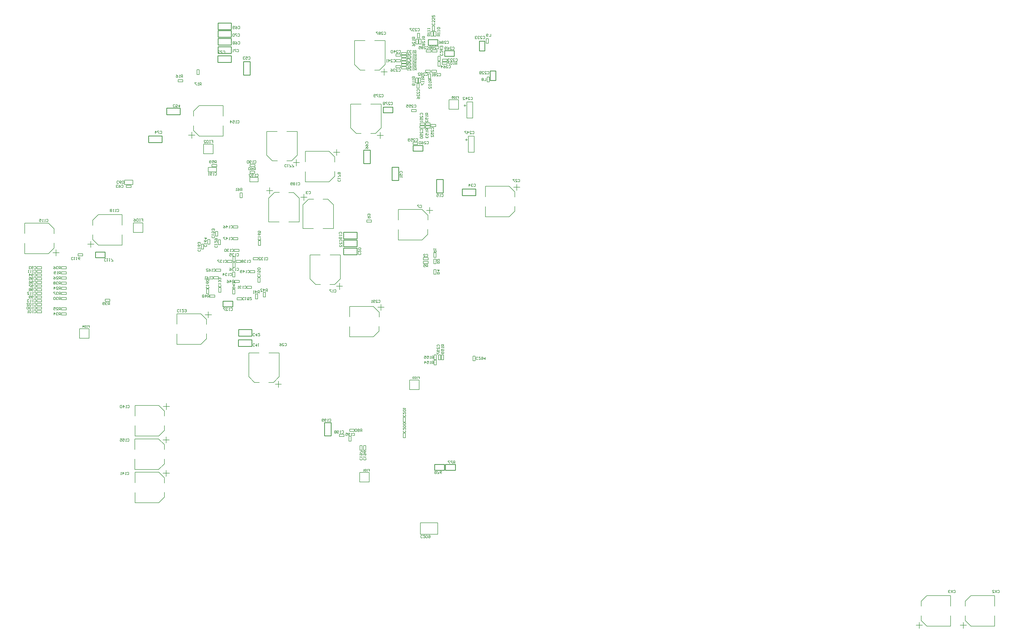
<source format=gbr>
%TF.GenerationSoftware,Altium Limited,Altium Designer,23.11.1 (41)*%
G04 Layer_Color=32896*
%FSLAX45Y45*%
%MOMM*%
%TF.SameCoordinates,7FD3CD1C-FD77-48D0-A228-DECEEDF328D2*%
%TF.FilePolarity,Positive*%
%TF.FileFunction,Legend,Bot*%
%TF.Part,Single*%
G01*
G75*
%TA.AperFunction,NonConductor*%
%ADD104C,0.25400*%
%ADD107C,0.20000*%
%ADD108C,0.12700*%
%ADD110C,0.15240*%
%ADD111C,0.19990*%
%ADD118C,0.17780*%
D104*
X9932886Y17886333D02*
Y18114932D01*
X9470606Y17886333D02*
X9932886D01*
X9470606D02*
Y18114932D01*
X9932886D01*
X9934090Y19022125D02*
Y19250726D01*
X9471810Y19022125D02*
X9934090D01*
X9471810D02*
Y19250726D01*
X9934090D01*
X9934090Y18757967D02*
Y18986566D01*
X9471810Y18757967D02*
X9934090D01*
X9471810D02*
Y18986566D01*
X9934090D01*
X9934090Y18490524D02*
Y18719124D01*
X9471810Y18490524D02*
X9934090D01*
X9471810D02*
Y18719124D01*
X9934090D01*
Y18207224D02*
Y18435825D01*
X9471810Y18207224D02*
X9934090D01*
X9471810D02*
Y18435825D01*
X9934090D01*
X16559531Y14819603D02*
Y15012643D01*
X16226790Y14819603D02*
X16559531D01*
X16226790D02*
Y15012643D01*
X16559531D01*
X18891275Y17260570D02*
X19084315D01*
X18891275D02*
Y17593311D01*
X19084315D01*
Y17260570D02*
Y17593311D01*
X17078960Y18483580D02*
Y18676620D01*
X16746220Y18483580D02*
X17078960D01*
X16746220D02*
Y18676620D01*
X17078960D01*
X17644110Y18100040D02*
Y18293079D01*
X17311369Y18100040D02*
X17644110D01*
X17311369D02*
Y18293079D01*
X17644110D01*
X9647351Y9427262D02*
X9980091D01*
Y9620302D01*
X9647351D02*
X9980091D01*
X9647351Y9427262D02*
Y9620302D01*
X5565570Y11123984D02*
Y11317024D01*
X5232830Y11123984D02*
X5565570D01*
X5232830D02*
Y11317024D01*
X5565570D01*
X10641761Y8048042D02*
Y8276642D01*
X10179481Y8048042D02*
X10641761D01*
X10179481D02*
Y8276642D01*
X10641761D01*
X10644301Y8406182D02*
Y8634782D01*
X10182021Y8406182D02*
X10644301D01*
X10182021D02*
Y8634782D01*
X10644301D01*
X10357665Y17450600D02*
Y17912878D01*
Y17450600D02*
X10586265D01*
Y17912878D01*
X10357665D02*
X10586265D01*
X8162810Y16079338D02*
Y16307938D01*
X7700530Y16079338D02*
X8162810D01*
X7700530D02*
Y16307938D01*
X8162810D01*
X7070405Y15112276D02*
Y15340875D01*
X7532685D01*
Y15112276D02*
Y15340875D01*
X7070405Y15112276D02*
X7532685D01*
X13819701Y11505298D02*
Y11733898D01*
X14281981D01*
Y11505298D02*
Y11733898D01*
X13819701Y11505298D02*
X14281981D01*
X13819701Y11230298D02*
X14281981D01*
Y11458898D01*
X13819701D02*
X14281981D01*
X13819701Y11230298D02*
Y11458898D01*
Y11780298D02*
X14281981D01*
Y12008898D01*
X13819701D02*
X14281981D01*
X13819701Y11780298D02*
Y12008898D01*
X17927806Y13277626D02*
X18390086D01*
Y13506226D01*
X17927806D02*
X18390086D01*
X17927806Y13277626D02*
Y13506226D01*
X18514059Y18290540D02*
X18707100D01*
X18514059D02*
Y18623280D01*
X18707100D01*
Y18290540D02*
Y18623280D01*
X15186659Y16144240D02*
X15519400D01*
Y16337280D01*
X15186659D02*
X15519400D01*
X15186659Y16144240D02*
Y16337280D01*
X14509566Y14388579D02*
Y14850859D01*
Y14388579D02*
X14738165D01*
Y14850859D01*
X14509566D02*
X14738165D01*
X15723921Y13797467D02*
Y14259747D01*
X15495322D02*
X15723921D01*
X15495322Y13797467D02*
Y14259747D01*
Y13797467D02*
X15723921D01*
X13157201Y5412740D02*
X13385802D01*
Y4950460D02*
Y5412740D01*
X13157201Y4950460D02*
X13385802D01*
X13157201D02*
Y5412740D01*
X17307732Y3759744D02*
Y3962944D01*
X16964832Y3759744D02*
X17307732D01*
X16964832D02*
Y3962944D01*
X17307732D01*
X17684749Y3759200D02*
Y3962400D01*
X17341849Y3759200D02*
X17684749D01*
X17341849D02*
Y3962400D01*
X17684749D01*
X17265829Y13371028D02*
Y13833308D01*
X17037228D02*
X17265829D01*
X17037228Y13371028D02*
Y13833308D01*
Y13371028D02*
X17265829D01*
D107*
X7573453Y3655246D02*
X7795952D01*
X7683455Y3547743D02*
Y3762744D01*
X7620951Y3320245D02*
Y3490242D01*
X7423456Y3687743D02*
X7618452Y3492747D01*
X6600953Y3687743D02*
X7423456D01*
X6600953Y3325244D02*
Y3685243D01*
X7618452Y2825245D02*
Y2995242D01*
X7423456Y2630244D02*
X7618452Y2825245D01*
X6600953Y2630244D02*
X7423456D01*
X6600953D02*
Y2990243D01*
X6599153Y3785948D02*
Y4145947D01*
Y3785948D02*
X7421656D01*
X7616652Y3980949D01*
Y4150946D01*
X6599153Y4480948D02*
Y4840947D01*
Y4843446D02*
X7421656D01*
X7616652Y4648445D01*
X7619151Y4475949D02*
Y4645946D01*
X7681656Y4703447D02*
Y4918447D01*
X7571653Y4810944D02*
X7794152D01*
X7577490Y5969309D02*
X7799989D01*
X7687493Y5861806D02*
Y6076807D01*
X7624988Y5634308D02*
Y5804305D01*
X7427493Y6001806D02*
X7622489Y5806810D01*
X6604990Y6001806D02*
X7427493D01*
X6604990Y5639307D02*
Y5999306D01*
X7622489Y5139308D02*
Y5309305D01*
X7427493Y4944307D02*
X7622489Y5139308D01*
X6604990Y4944307D02*
X7427493D01*
X6604990D02*
Y5304306D01*
X15225174Y17445088D02*
Y17667587D01*
X15117676Y17557585D02*
X15332677D01*
X14890173Y17620090D02*
X15060176D01*
X15062675Y17622589D02*
X15257677Y17817589D01*
Y18640086D01*
X14895177D02*
X15255176D01*
X14395174Y17622589D02*
X14565175D01*
X14200172Y17817589D02*
X14395174Y17622589D01*
X14200172Y17817589D02*
Y18640086D01*
X14560178D01*
X19699280Y13560719D02*
X19921779D01*
X19809282Y13453217D02*
Y13668217D01*
X19746783Y13225719D02*
Y13395715D01*
X19549283Y13593216D02*
X19744284Y13398221D01*
X18726781Y13593216D02*
X19549283D01*
X18726781Y13230717D02*
Y13590717D01*
X19744284Y12730719D02*
Y12900722D01*
X19549283Y12535718D02*
X19744284Y12730719D01*
X18726781Y12535718D02*
X19549283D01*
X18726781D02*
Y12895717D01*
X9028642Y9147870D02*
X9251141D01*
X9138645Y9040372D02*
Y9255373D01*
X9076140Y8812874D02*
Y8982872D01*
X8878645Y9180372D02*
X9073641Y8985371D01*
X8056142Y9180372D02*
X8878645D01*
X8056142Y8817873D02*
Y9177872D01*
X9073641Y8317874D02*
Y8487871D01*
X8878645Y8122873D02*
X9073641Y8317874D01*
X8056142Y8122873D02*
X8878645D01*
X8056142D02*
Y8482873D01*
X9648660Y16030251D02*
Y16390250D01*
X8826157D02*
X9648660D01*
X8631161Y16195248D02*
X8826157Y16390250D01*
X8631161Y16025250D02*
Y16195248D01*
X9648660Y15335249D02*
Y15695248D01*
X8826157Y15332751D02*
X9648660D01*
X8631161Y15527753D02*
X8826157Y15332751D01*
X8628662Y15530251D02*
Y15700249D01*
X8566158Y15257750D02*
Y15472749D01*
X8453661Y15365253D02*
X8676160D01*
X13468660Y14772301D02*
X13691159D01*
X13578662Y14664803D02*
Y14879803D01*
X13516158Y14437305D02*
Y14607301D01*
X13318663Y14804800D02*
X13513660Y14609801D01*
X12496160Y14804800D02*
X13318663D01*
X12496160Y14442303D02*
Y14802303D01*
X13513660Y13942303D02*
Y14112302D01*
X13318663Y13747302D02*
X13513660Y13942303D01*
X12496160Y13747302D02*
X13318663D01*
X12496160D02*
Y14107301D01*
X4962501Y11586601D02*
X5185000D01*
X5075002Y11479104D02*
Y11694104D01*
X5137502Y11751605D02*
Y11921602D01*
X5140001Y11749100D02*
X5335002Y11554105D01*
X6157499D01*
Y11556604D02*
Y11916603D01*
X5140001Y12246600D02*
Y12416602D01*
X5335002Y12611603D01*
X6157499D01*
Y12251604D02*
Y12611603D01*
X2784901Y11959505D02*
Y12319504D01*
X3607398D01*
X3802399Y12124504D01*
Y11954501D02*
Y12124504D01*
X2784901Y11264505D02*
Y11624505D01*
Y11262006D02*
X3607398D01*
X3802399Y11457002D01*
X3804899Y11459506D02*
Y11629503D01*
X3867398Y11187005D02*
Y11402006D01*
X3757401Y11294503D02*
X3979900D01*
X11563040Y6624930D02*
Y6847429D01*
X11455537Y6737426D02*
X11670538D01*
X11228040Y6799926D02*
X11398037D01*
X11400541Y6802425D02*
X11595537Y6997426D01*
Y7819929D01*
X11233038D02*
X11593038D01*
X10733039Y6802425D02*
X10903042D01*
X10538039Y6997426D02*
X10733039Y6802425D01*
X10538039Y6997426D02*
Y7819929D01*
X10898038D01*
X12654314Y11214740D02*
X13014314D01*
X12654314Y10392242D02*
Y11214740D01*
Y10392242D02*
X12849315Y10197241D01*
X13019318D01*
X13349313Y11214740D02*
X13709312D01*
X13711813Y10392242D02*
Y11214740D01*
X13516817Y10197241D02*
X13711813Y10392242D01*
X13344315Y10194742D02*
X13514313D01*
X13571812Y10132243D02*
X13786813D01*
X13679317Y10019741D02*
Y10242240D01*
X14030321Y8377738D02*
Y8737742D01*
Y8377738D02*
X14852823D01*
X15047824Y8572739D01*
Y8742741D01*
X14030321Y9072743D02*
Y9432742D01*
Y9435241D02*
X14852823D01*
X15047824Y9240241D01*
X15050323Y9067739D02*
Y9237741D01*
X15112822Y9295242D02*
Y9510243D01*
X15002820Y9402740D02*
X15225323D01*
X11163247Y15497180D02*
X11523246D01*
X11163247Y14674677D02*
Y15497180D01*
Y14674677D02*
X11358248Y14479681D01*
X11528245D01*
X11858247Y15497180D02*
X12218246D01*
X12220745Y14674677D02*
Y15497180D01*
X12025744Y14479681D02*
X12220745Y14674677D01*
X11853248Y14477182D02*
X12023245D01*
X12080745Y14414677D02*
X12295746D01*
X12188243Y14302180D02*
Y14524680D01*
X12446339Y13104703D02*
Y13327200D01*
X12338841Y13214699D02*
X12553842D01*
X12611343Y13152200D02*
X12781340D01*
X12413842Y12954700D02*
X12608838Y13149701D01*
X12413842Y12132202D02*
Y12954700D01*
X12416342Y12132202D02*
X12776341D01*
X13106339Y13149701D02*
X13276340D01*
X13471341Y12954700D01*
Y12132202D02*
Y12954700D01*
X13111342Y12132202D02*
X13471341D01*
X15715594Y11737861D02*
Y12097860D01*
Y11737861D02*
X16538097D01*
X16733093Y11932862D01*
Y12102864D01*
X15715594Y12432861D02*
Y12792860D01*
Y12795359D02*
X16538097D01*
X16733093Y12600363D01*
X16735593Y12427862D02*
Y12597859D01*
X16798097Y12655360D02*
Y12870360D01*
X16688095Y12762862D02*
X16910594D01*
X34824780Y-947040D02*
Y-587041D01*
X34002277D02*
X34824780D01*
X33807281Y-782042D02*
X34002277Y-587041D01*
X33807281Y-952039D02*
Y-782042D01*
X34824780Y-1642040D02*
Y-1282041D01*
X34002277Y-1644540D02*
X34824780D01*
X33807281Y-1449539D02*
X34002277Y-1644540D01*
X33804782Y-1447039D02*
Y-1277042D01*
X33742279Y-1719541D02*
Y-1504540D01*
X33629782Y-1612038D02*
X33852280D01*
X36348779Y-947040D02*
Y-587041D01*
X35526279D02*
X36348779D01*
X35331281Y-782042D02*
X35526279Y-587041D01*
X35331281Y-952039D02*
Y-782042D01*
X36348779Y-1642040D02*
Y-1282041D01*
X35526279Y-1644540D02*
X36348779D01*
X35331281Y-1449539D02*
X35526279Y-1644540D01*
X35328784Y-1447039D02*
Y-1277042D01*
X35266278Y-1719541D02*
Y-1504540D01*
X35153781Y-1612038D02*
X35376282D01*
X14064796Y16442802D02*
X14424802D01*
X14064796Y15620299D02*
Y16442802D01*
Y15620299D02*
X14259798Y15425298D01*
X14429800D01*
X14759802Y16442802D02*
X15119801D01*
X15122301Y15620299D02*
Y16442802D01*
X14927299Y15425298D02*
X15122301Y15620299D01*
X14754799Y15422800D02*
X14924802D01*
X14982301Y15360300D02*
X15197302D01*
X15089799Y15247798D02*
Y15470302D01*
X11926084Y12363338D02*
X12286083D01*
Y13185835D01*
X12091087Y13380836D02*
X12286083Y13185835D01*
X11921085Y13380836D02*
X12091087D01*
X11231084Y12363338D02*
X11591083D01*
X11228584D02*
Y13185835D01*
X11423585Y13380836D01*
X11426085Y13383336D02*
X11596087D01*
X11153583Y13445840D02*
X11368584D01*
X11261086Y13335838D02*
Y13558337D01*
D108*
X9264665Y14276788D02*
Y14352989D01*
X9429765D01*
Y14276788D02*
Y14352989D01*
X9264665Y14276788D02*
X9429765D01*
X10584195Y14356940D02*
X10749295D01*
X10584195Y14280739D02*
Y14356940D01*
Y14280739D02*
X10749295D01*
Y14356940D01*
X10580385Y14047060D02*
Y14123259D01*
X10745485D01*
Y14047060D02*
Y14123259D01*
X10580385Y14047060D02*
X10745485D01*
X16656050Y17619978D02*
X16821150D01*
X16656050Y17543779D02*
Y17619978D01*
Y17543779D02*
X16821150D01*
Y17619978D01*
X16866870Y17541241D02*
X17031970D01*
Y17617441D01*
X16866870D02*
X17031970D01*
X16866870Y17541241D02*
Y17617441D01*
X16377280Y18734590D02*
Y18899690D01*
Y18734590D02*
X16453479D01*
Y18899690D01*
X16377280D02*
X16453479D01*
X16885921Y18242281D02*
X17051019D01*
Y18318480D01*
X16885921D02*
X17051019D01*
X16885921Y18242281D02*
Y18318480D01*
X16681450Y18321019D02*
X16846550D01*
X16681450Y18244820D02*
Y18321019D01*
Y18244820D02*
X16846550D01*
Y18321019D01*
X17160240Y17940045D02*
Y18105145D01*
X17084039D02*
X17160240D01*
X17084039Y17940045D02*
Y18105145D01*
Y17940045D02*
X17160240D01*
X17397729Y17825693D02*
Y17901894D01*
X17232629Y17825693D02*
X17397729D01*
X17232629D02*
Y17901894D01*
X17397729D01*
X9386801Y11867551D02*
X9463001D01*
X9386801D02*
Y12032651D01*
X9463001D01*
Y11867551D02*
Y12032651D01*
X17017999Y11131551D02*
Y11296651D01*
X16941798D02*
X17017999D01*
X16941798Y11131551D02*
Y11296651D01*
Y11131551D02*
X17017999D01*
X6543661Y12331012D02*
X6873861D01*
X6543661Y12000812D02*
X6873861D01*
Y12331012D01*
X6543661Y12000812D02*
Y12331012D01*
X8978125Y14723753D02*
Y15053954D01*
X9308325Y14723753D02*
Y15053954D01*
X8978125Y14723753D02*
X9308325D01*
X8978125Y15053954D02*
X9308325D01*
X6302615Y13557535D02*
X6467715D01*
Y13633736D01*
X6302615D02*
X6467715D01*
X6302615Y13557535D02*
Y13633736D01*
X9997871Y12152682D02*
X10162971D01*
Y12228882D01*
X9997871D02*
X10162971D01*
X9997871Y12152682D02*
Y12228882D01*
Y11822482D02*
X10162971D01*
X9997871Y11746282D02*
Y11822482D01*
Y11746282D02*
X10162971D01*
Y11822482D01*
X9115221Y11587532D02*
X9191421D01*
X9115221D02*
Y11752632D01*
X9191421D01*
Y11587532D02*
Y11752632D01*
X9197771Y9752384D02*
Y9828584D01*
X9362871D01*
Y9752384D02*
Y9828584D01*
X9197771Y9752384D02*
X9362871D01*
X9153321Y9873032D02*
Y10038132D01*
X9077121D02*
X9153321D01*
X9077121Y9873032D02*
Y10038132D01*
Y9873032D02*
X9153321D01*
X9496221Y9923832D02*
X9572421D01*
X9496221D02*
Y10088932D01*
X9572421D01*
Y9923832D02*
Y10088932D01*
X9400971Y10730282D02*
X9566071D01*
X9400971Y10654082D02*
Y10730282D01*
Y10654082D02*
X9566071D01*
Y10730282D01*
X9489871Y10387382D02*
Y10463582D01*
X9324771Y10387382D02*
X9489871D01*
X9324771D02*
Y10463582D01*
X9489871D01*
X9991521Y10990632D02*
X10067721D01*
X9991521D02*
Y11155732D01*
X10067721D01*
Y10990632D02*
Y11155732D01*
X9959771Y10958882D02*
Y11035082D01*
X9794671Y10958882D02*
X9959771D01*
X9794671D02*
Y11035082D01*
X9959771D01*
X9483521Y11574832D02*
X9559721D01*
X9483521D02*
Y11739932D01*
X9559721D01*
Y11574832D02*
Y11739932D01*
X10201071Y11339882D02*
Y11416082D01*
X10035971Y11339882D02*
X10201071D01*
X10035971D02*
Y11416082D01*
X10201071D01*
X8899321Y11422432D02*
X8975521D01*
X8899321D02*
Y11587532D01*
X8975521D01*
Y11422432D02*
Y11587532D01*
X4059352Y10737904D02*
X4224452D01*
Y10814104D01*
X4059352D02*
X4224452D01*
X4059352Y10737904D02*
Y10814104D01*
X4224452Y9315504D02*
Y9391704D01*
X4059352Y9315504D02*
X4224452D01*
X4059352D02*
Y9391704D01*
X4224452D01*
X4059350Y9137701D02*
Y9213901D01*
X4224450D01*
Y9137701D02*
Y9213901D01*
X4059350Y9137701D02*
X4224450D01*
X4224452Y10026704D02*
Y10102904D01*
X4059352Y10026704D02*
X4224452D01*
X4059352D02*
Y10102904D01*
X4224452D01*
X4059352Y10204504D02*
X4224452D01*
Y10280704D01*
X4059352D02*
X4224452D01*
X4059352Y10204504D02*
Y10280704D01*
X4059350Y10636301D02*
X4224450D01*
X4059350Y10560101D02*
Y10636301D01*
Y10560101D02*
X4224450D01*
Y10636301D01*
Y10382301D02*
Y10458501D01*
X4059350Y10382301D02*
X4224450D01*
X4059350D02*
Y10458501D01*
X4224450D01*
X4224452Y9671104D02*
Y9747304D01*
X4059352Y9671104D02*
X4224452D01*
X4059352D02*
Y9747304D01*
X4224452D01*
X4059350Y9848901D02*
Y9925101D01*
X4224450D01*
Y9848901D02*
Y9925101D01*
X4059350Y9848901D02*
X4224450D01*
X3208450Y10610901D02*
Y10687101D01*
X3373550D01*
Y10610901D02*
Y10687101D01*
X3208450Y10610901D02*
X3373550D01*
X3208450Y10483901D02*
X3373550D01*
Y10560101D01*
X3208450D02*
X3373550D01*
X3208450Y10483901D02*
Y10560101D01*
Y10102901D02*
X3373550D01*
Y10179101D01*
X3208450D02*
X3373550D01*
X3208450Y10102901D02*
Y10179101D01*
Y10229901D02*
X3373550D01*
Y10306101D01*
X3208450D02*
X3373550D01*
X3208450Y10229901D02*
Y10306101D01*
Y9975901D02*
X3373550D01*
Y10052101D01*
X3208450D02*
X3373550D01*
X3208450Y9975901D02*
Y10052101D01*
Y10356901D02*
Y10433101D01*
X3373550D01*
Y10356901D02*
Y10433101D01*
X3208450Y10356901D02*
X3373550D01*
X3208450Y10737901D02*
X3373550D01*
Y10814101D01*
X3208450D02*
X3373550D01*
X3208450Y10737901D02*
Y10814101D01*
Y9848901D02*
Y9925101D01*
X3373550D01*
Y9848901D02*
Y9925101D01*
X3208450Y9848901D02*
X3373550D01*
X10055021Y10457232D02*
Y10622332D01*
X9978821D02*
X10055021D01*
X9978821Y10457232D02*
Y10622332D01*
Y10457232D02*
X10055021D01*
X10048671Y10260384D02*
Y10336584D01*
X10213771D01*
Y10260384D02*
Y10336584D01*
X10048671Y10260384D02*
X10213771D01*
X10137571Y9663482D02*
X10302671D01*
Y9739682D01*
X10137571D02*
X10302671D01*
X10137571Y9663482D02*
Y9739682D01*
X9978822Y10025432D02*
X10055022D01*
Y9860332D02*
Y10025432D01*
X9978822Y9860332D02*
X10055022D01*
X9978822D02*
Y10025432D01*
X9991521Y10787432D02*
Y10952532D01*
Y10787432D02*
X10067721D01*
Y10952532D01*
X9991521D02*
X10067721D01*
X4630852Y11182401D02*
X4795952D01*
Y11258601D01*
X4630852D02*
X4795952D01*
X4630852Y11182401D02*
Y11258601D01*
X10771414Y9695886D02*
X10847614D01*
X10771414D02*
Y9860986D01*
X10847614D01*
Y9695886D02*
Y9860986D01*
X10944021Y11549432D02*
Y11714532D01*
X10867821D02*
X10944021D01*
X10867821Y11549432D02*
Y11714532D01*
Y11549432D02*
X10944021D01*
X11040540Y9761272D02*
X11116740D01*
X11040540D02*
Y9926372D01*
X11116740D01*
Y9761272D02*
Y9926372D01*
X10696371Y11123982D02*
X10861471D01*
X10696371Y11047782D02*
Y11123982D01*
Y11047782D02*
X10861471D01*
Y11123982D01*
X10930921Y10267132D02*
Y10432232D01*
X10854721D02*
X10930921D01*
X10854721Y10267132D02*
Y10432232D01*
Y10267132D02*
X10930921D01*
X10635152Y10061803D02*
Y10138003D01*
X10470052Y10061803D02*
X10635152D01*
X10470052D02*
Y10138003D01*
X10635152D01*
X10099471Y10958882D02*
Y11035082D01*
X10264571D01*
Y10958882D02*
Y11035082D01*
X10099471Y10958882D02*
X10264571D01*
X10582071Y10679482D02*
X10747171D01*
X10582071Y10603282D02*
Y10679482D01*
Y10603282D02*
X10747171D01*
Y10679482D01*
X5570650Y9683804D02*
X5735750D01*
Y9607604D02*
Y9683804D01*
X5570650Y9607604D02*
X5735750D01*
X5570650D02*
Y9683804D01*
X3208451Y9467902D02*
X3373551D01*
Y9544102D01*
X3208451D02*
X3373551D01*
X3208451Y9467902D02*
Y9544102D01*
X3208450Y9340901D02*
X3373550D01*
Y9417101D01*
X3208450D02*
X3373550D01*
X3208450Y9340901D02*
Y9417101D01*
Y9213901D02*
X3373550D01*
Y9290101D01*
X3208450D02*
X3373550D01*
X3208450Y9213901D02*
Y9290101D01*
Y9594901D02*
Y9671101D01*
X3373550D01*
Y9594901D02*
Y9671101D01*
X3208450Y9594901D02*
X3373550D01*
X3208450Y9721901D02*
X3373550D01*
Y9798101D01*
X3208450D02*
X3373550D01*
X3208450Y9721901D02*
Y9798101D01*
X4684402Y8661452D02*
X5014602D01*
X4684402Y8331252D02*
X5014602D01*
Y8661452D01*
X4684402Y8331252D02*
Y8661452D01*
X8091955Y17291953D02*
X8257055D01*
X8091955Y17215752D02*
Y17291953D01*
Y17215752D02*
X8257055D01*
Y17291953D01*
X8748201Y17469556D02*
Y17634656D01*
Y17469556D02*
X8824401D01*
Y17634656D01*
X8748201D02*
X8824401D01*
X14622362Y12353494D02*
X14787460D01*
Y12429694D01*
X14622362D02*
X14787460D01*
X14622362Y12353494D02*
Y12429694D01*
X10314955Y13202509D02*
Y13367609D01*
X10238755D02*
X10314955D01*
X10238755Y13202509D02*
Y13367609D01*
Y13202509D02*
X10314955D01*
X17400270Y17924779D02*
Y18000980D01*
X17235170Y17924779D02*
X17400270D01*
X17235170D02*
Y18000980D01*
X17400270D01*
X17084039Y17917160D02*
X17160240D01*
Y17752060D02*
Y17917160D01*
X17084039Y17752060D02*
X17160240D01*
X17084039D02*
Y17917160D01*
X16893541Y18983575D02*
X16969740D01*
Y19148676D01*
X16893541D02*
X16969740D01*
X16893541Y18983575D02*
Y19148676D01*
X16918939Y18794730D02*
Y18959830D01*
X16842738Y18794730D02*
X16918939D01*
X16842738D02*
Y18959830D01*
X16918939D01*
X17022647Y18795592D02*
Y18960690D01*
X16946448Y18795592D02*
X17022647D01*
X16946448D02*
Y18960690D01*
X17022647D01*
X16758920Y17326610D02*
Y17491710D01*
Y17326610D02*
X16835121D01*
Y17491710D01*
X16758920D02*
X16835121D01*
X18752820Y18548351D02*
Y18713451D01*
Y18548351D02*
X18829021D01*
Y18713451D01*
X18752820D02*
X18829021D01*
X18862041Y17214850D02*
Y17379950D01*
X18785840D02*
X18862041D01*
X18785840Y17214850D02*
Y17379950D01*
Y17214850D02*
X18862041D01*
X18082260Y15960120D02*
Y16518919D01*
Y15960120D02*
X18285460D01*
Y16518919D01*
X18082260D02*
X18285460D01*
X18135600Y14777721D02*
Y15336520D01*
Y14777721D02*
X18338800D01*
Y15336520D01*
X18135600D02*
X18338800D01*
X16653535Y15788612D02*
X16818636D01*
X16653535Y15712413D02*
Y15788612D01*
Y15712413D02*
X16818636D01*
Y15788612D01*
X16465550Y15712416D02*
Y15788615D01*
X16630650D01*
Y15712416D02*
Y15788615D01*
X16465550Y15712416D02*
X16630650D01*
X16463010Y15613330D02*
Y15689529D01*
X16628110D01*
Y15613330D02*
Y15689529D01*
X16463010Y15613330D02*
X16628110D01*
X16650995Y15689528D02*
X16816095D01*
X16650995Y15613329D02*
Y15689528D01*
Y15613329D02*
X16816095D01*
Y15689528D01*
X16841521Y15661641D02*
Y15737840D01*
X17006621D01*
Y15661641D02*
Y15737840D01*
X16841521Y15661641D02*
X17006621D01*
X16384270Y15041879D02*
Y15118079D01*
X16219170Y15041879D02*
X16384270D01*
X16219170D02*
Y15118079D01*
X16384270D01*
X16336011Y16177258D02*
Y16253459D01*
X16170911Y16177258D02*
X16336011D01*
X16170911D02*
Y16253459D01*
X16336011D01*
X16410968Y17180139D02*
Y17345239D01*
Y17180139D02*
X16487167D01*
Y17345239D01*
X16410968D02*
X16487167D01*
X16358069Y16990611D02*
X16434270D01*
X16358069D02*
Y17155711D01*
X16434270D01*
Y16990611D02*
Y17155711D01*
X16311906Y17180139D02*
Y17345239D01*
Y17180139D02*
X16388106D01*
Y17345239D01*
X16311906D02*
X16388106D01*
X16502145Y18528011D02*
Y18693111D01*
X16425945D02*
X16502145D01*
X16425945Y18528011D02*
Y18693111D01*
Y18528011D02*
X16502145D01*
X16403084D02*
Y18693111D01*
X16326884D02*
X16403084D01*
X16326884Y18528011D02*
Y18693111D01*
Y18528011D02*
X16403084D01*
X15626517Y17706979D02*
Y17783180D01*
X15791615D01*
Y17706979D02*
Y17783180D01*
X15626517Y17706979D02*
X15791615D01*
X15826958Y17735725D02*
X15992056D01*
X15826958Y17659526D02*
Y17735725D01*
Y17659526D02*
X15992056D01*
Y17735725D01*
X15827560Y17834811D02*
X15992661D01*
X15827560Y17758611D02*
Y17834811D01*
Y17758611D02*
X15992661D01*
Y17834811D01*
X15627737Y17907500D02*
Y17983701D01*
X15792838D01*
Y17907500D02*
Y17983701D01*
X15627737Y17907500D02*
X15792838D01*
X15827560Y17933897D02*
X15992661D01*
X15827560Y17857697D02*
Y17933897D01*
Y17857697D02*
X15992661D01*
Y17933897D01*
X15828178Y18032982D02*
X15993279D01*
X15828178Y17956783D02*
Y18032982D01*
Y17956783D02*
X15993279D01*
Y18032982D01*
X15993895Y18055869D02*
Y18132068D01*
X15828795Y18055869D02*
X15993895D01*
X15828795D02*
Y18132068D01*
X15993895D01*
X15828178Y18231152D02*
X15993279D01*
X15828178Y18154953D02*
Y18231152D01*
Y18154953D02*
X15993279D01*
Y18231152D01*
X15628355Y18104732D02*
Y18180931D01*
X15793456D01*
Y18104732D02*
Y18180931D01*
X15628355Y18104732D02*
X15793456D01*
X17106900Y7588250D02*
X17183099D01*
X17106900D02*
Y7753350D01*
X17183099D01*
Y7588250D02*
Y7753350D01*
X17208501Y7588250D02*
Y7753350D01*
Y7588250D02*
X17284700D01*
Y7753350D01*
X17208501D02*
X17284700D01*
X18300700Y7715250D02*
X18376900D01*
Y7550150D02*
Y7715250D01*
X18300700Y7550150D02*
X18376900D01*
X18300700D02*
Y7715250D01*
X16954500Y7410450D02*
Y7575550D01*
Y7410450D02*
X17030701D01*
Y7575550D01*
X16954500D02*
X17030701D01*
X16954500Y7588250D02*
Y7753350D01*
Y7588250D02*
X17030701D01*
Y7753350D01*
X16954500D02*
X17030701D01*
X17076698Y1539900D02*
Y1939900D01*
X16476701Y1539900D02*
X17076698D01*
X16476701D02*
Y1939900D01*
X17076698D01*
X14008101Y4933950D02*
X14084302D01*
Y4768850D02*
Y4933950D01*
X14008101Y4768850D02*
X14084302D01*
X14008101D02*
Y4933950D01*
X13836650Y4927599D02*
Y5003799D01*
X13671550Y4927599D02*
X13836650D01*
X13671550D02*
Y5003799D01*
X13836650D01*
X15887698Y5429250D02*
X15963899D01*
X15887698D02*
Y5594350D01*
X15963899D01*
Y5429250D02*
Y5594350D01*
X15887701Y5048250D02*
X15963901D01*
Y4883150D02*
Y5048250D01*
X15887701Y4883150D02*
X15963901D01*
X15887701D02*
Y5048250D01*
X14592299Y4451350D02*
Y4616450D01*
X14516100D02*
X14592299D01*
X14516100Y4451350D02*
Y4616450D01*
Y4451350D02*
X14592299D01*
X14465298D02*
Y4616450D01*
X14389099D02*
X14465298D01*
X14389099Y4451350D02*
Y4616450D01*
Y4451350D02*
X14465298D01*
X14192250Y5105399D02*
Y5181599D01*
X14027150Y5105399D02*
X14192250D01*
X14027150D02*
Y5181599D01*
X14192250D01*
X16579849Y10922001D02*
Y10998201D01*
X16744949D01*
Y10922001D02*
Y10998201D01*
X16579849Y10922001D02*
X16744949D01*
X16941800Y11074400D02*
X17017999D01*
Y10909300D02*
Y11074400D01*
X16941800Y10909300D02*
X17017999D01*
X16941800D02*
Y11074400D01*
X16941801Y10712450D02*
X17018002D01*
Y10547350D02*
Y10712450D01*
X16941801Y10547350D02*
X17018002D01*
X16941801D02*
Y10712450D01*
X16579849Y11049001D02*
X16744949D01*
Y11125201D01*
X16579849D02*
X16744949D01*
X16579849Y11049001D02*
Y11125201D01*
X14381310Y3680516D02*
X14711510D01*
X14381310Y3350316D02*
X14711510D01*
Y3680516D01*
X14381310Y3350316D02*
Y3680516D01*
X16107413Y6884959D02*
X16437611D01*
X16107413Y6554759D02*
X16437611D01*
Y6884959D01*
X16107413Y6554759D02*
Y6884959D01*
X17466530Y16595120D02*
X17796730D01*
X17466530Y16264920D02*
X17796730D01*
Y16595120D01*
X17466530Y16264920D02*
Y16595120D01*
D110*
X17980659Y16391920D02*
X18056860D01*
X18018761Y16353819D02*
Y16430020D01*
X18034000Y15209520D02*
X18110201D01*
X18072099Y15171420D02*
Y15247620D01*
X4975490Y8772371D02*
X5019502D01*
Y8739361D01*
X4997496D01*
X5019502D01*
Y8706352D01*
X4953483Y8772371D02*
X4931477D01*
X4942480D01*
Y8706352D01*
X4953483D01*
X4931477D01*
X4898468Y8772371D02*
Y8706352D01*
X4865458D01*
X4854455Y8717355D01*
Y8761368D01*
X4865458Y8772371D01*
X4898468D01*
X4799440Y8706352D02*
Y8772371D01*
X4832449Y8739361D01*
X4788437D01*
X14672397Y3791435D02*
X14716409D01*
Y3758425D01*
X14694403D01*
X14716409D01*
Y3725416D01*
X14650391Y3791435D02*
X14628384D01*
X14639388D01*
Y3725416D01*
X14650391D01*
X14628384D01*
X14595375Y3791435D02*
Y3725416D01*
X14562366D01*
X14551363Y3736419D01*
Y3780432D01*
X14562366Y3791435D01*
X14595375D01*
X14529356Y3725416D02*
X14507350D01*
X14518353D01*
Y3791435D01*
X14529356Y3780432D01*
X16398500Y6995877D02*
X16442513D01*
Y6962868D01*
X16420506D01*
X16442513D01*
Y6929859D01*
X16376494Y6995877D02*
X16354488D01*
X16365491D01*
Y6929859D01*
X16376494D01*
X16354488D01*
X16321478Y6995877D02*
Y6929859D01*
X16288469D01*
X16277466Y6940862D01*
Y6984874D01*
X16288469Y6995877D01*
X16321478D01*
X16255460Y6984874D02*
X16244456Y6995877D01*
X16222450D01*
X16211447Y6984874D01*
Y6973871D01*
X16222450Y6962868D01*
X16233453D01*
X16222450D01*
X16211447Y6951865D01*
Y6940862D01*
X16222450Y6929859D01*
X16244456D01*
X16255460Y6940862D01*
X17757617Y16706039D02*
X17801630D01*
Y16673029D01*
X17779623D01*
X17801630D01*
Y16640021D01*
X17735611Y16706039D02*
X17713605D01*
X17724608D01*
Y16640021D01*
X17735611D01*
X17713605D01*
X17680595Y16706039D02*
Y16640021D01*
X17647586D01*
X17636583Y16651022D01*
Y16695036D01*
X17647586Y16706039D01*
X17680595D01*
X17570564D02*
X17614577D01*
Y16673029D01*
X17592570Y16684032D01*
X17581567D01*
X17570564Y16673029D01*
Y16651022D01*
X17581567Y16640021D01*
X17603574D01*
X17614577Y16651022D01*
D111*
X9137665Y14097859D02*
X9424685D01*
Y14250259D01*
X9137665D02*
X9424685D01*
X9137665Y14097859D02*
Y14250259D01*
X10577845Y13899739D02*
X10864865D01*
X10577845Y13747339D02*
Y13899739D01*
Y13747339D02*
X10864865D01*
Y13899739D01*
X6242925Y13660266D02*
Y13812666D01*
X6529945D01*
Y13660266D02*
Y13812666D01*
X6242925Y13660266D02*
X6529945D01*
D118*
X3112373Y9789626D02*
X3127185Y9804438D01*
X3156809D01*
X3171621Y9789626D01*
Y9730379D01*
X3156809Y9715567D01*
X3127185D01*
X3112373Y9730379D01*
X3082749D02*
X3067938Y9715567D01*
X3038314D01*
X3023502Y9730379D01*
Y9789626D01*
X3038314Y9804438D01*
X3067938D01*
X3082749Y9789626D01*
Y9774814D01*
X3067938Y9760002D01*
X3023502D01*
X2993878Y9730379D02*
X2979066Y9715567D01*
X2949443D01*
X2934631Y9730379D01*
Y9789626D01*
X2949443Y9804438D01*
X2979066D01*
X2993878Y9789626D01*
Y9774814D01*
X2979066Y9760002D01*
X2934631D01*
X10125898Y11253922D02*
X10140710Y11268734D01*
X10170334D01*
X10185145Y11253922D01*
Y11194674D01*
X10170334Y11179862D01*
X10140710D01*
X10125898Y11194674D01*
X10096274Y11179862D02*
X10066650D01*
X10081462D01*
Y11268734D01*
X10096274Y11253922D01*
X10022215D02*
X10007403Y11268734D01*
X9977779D01*
X9962967Y11253922D01*
Y11239110D01*
X9977779Y11224298D01*
X9992591D01*
X9977779D01*
X9962967Y11209486D01*
Y11194674D01*
X9977779Y11179862D01*
X10007403D01*
X10022215Y11194674D01*
X9874096Y11268734D02*
X9933344D01*
Y11224298D01*
X9903720Y11239110D01*
X9888908D01*
X9874096Y11224298D01*
Y11194674D01*
X9888908Y11179862D01*
X9918532D01*
X9933344Y11194674D01*
X9652533Y18269440D02*
X9667345Y18284251D01*
X9696968D01*
X9711780Y18269440D01*
Y18210191D01*
X9696968Y18195380D01*
X9667345D01*
X9652533Y18210191D01*
X9622909Y18284251D02*
X9563661D01*
Y18269440D01*
X9622909Y18210191D01*
Y18195380D01*
X9474790D02*
X9534038D01*
X9474790Y18254628D01*
Y18269440D01*
X9489602Y18284251D01*
X9519226D01*
X9534038Y18269440D01*
X6328909Y3676429D02*
X6343721Y3691241D01*
X6373345D01*
X6388157Y3676429D01*
Y3617182D01*
X6373345Y3602370D01*
X6343721D01*
X6328909Y3617182D01*
X6299286Y3602370D02*
X6269662D01*
X6284474D01*
Y3691241D01*
X6299286Y3676429D01*
X6180791Y3602370D02*
Y3691241D01*
X6225226Y3646806D01*
X6165979D01*
X6136355Y3602370D02*
X6106731D01*
X6121543D01*
Y3691241D01*
X6136355Y3676429D01*
X6336020Y4833215D02*
X6350832Y4848027D01*
X6380456D01*
X6395268Y4833215D01*
Y4773967D01*
X6380456Y4759156D01*
X6350832D01*
X6336020Y4773967D01*
X6306396Y4759156D02*
X6276773D01*
X6291585D01*
Y4848027D01*
X6306396Y4833215D01*
X6173090Y4848027D02*
X6232337D01*
Y4803591D01*
X6202713Y4818403D01*
X6187902D01*
X6173090Y4803591D01*
Y4773967D01*
X6187902Y4759156D01*
X6217525D01*
X6232337Y4773967D01*
X6084218Y4848027D02*
X6143466D01*
Y4803591D01*
X6113842Y4818403D01*
X6099030D01*
X6084218Y4803591D01*
Y4773967D01*
X6099030Y4759156D01*
X6128654D01*
X6143466Y4773967D01*
X6342426Y5994069D02*
X6357238Y6008881D01*
X6386862D01*
X6401674Y5994069D01*
Y5934821D01*
X6386862Y5920009D01*
X6357238D01*
X6342426Y5934821D01*
X6312802Y5920009D02*
X6283178D01*
X6297990D01*
Y6008881D01*
X6312802Y5994069D01*
X6194307Y5920009D02*
Y6008881D01*
X6238743Y5964445D01*
X6179495D01*
X6149872Y5994069D02*
X6135060Y6008881D01*
X6105436D01*
X6090624Y5994069D01*
Y5934821D01*
X6105436Y5920009D01*
X6135060D01*
X6149872Y5934821D01*
Y5994069D01*
X10166309Y19127467D02*
X10181121Y19142279D01*
X10210745D01*
X10225556Y19127467D01*
Y19068221D01*
X10210745Y19053407D01*
X10181121D01*
X10166309Y19068221D01*
X10077438Y19142279D02*
X10107061Y19127467D01*
X10136685Y19097842D01*
Y19068221D01*
X10121873Y19053407D01*
X10092250D01*
X10077438Y19068221D01*
Y19083032D01*
X10092250Y19097842D01*
X10136685D01*
X10047814Y19068221D02*
X10033002Y19053407D01*
X10003378D01*
X9988566Y19068221D01*
Y19127467D01*
X10003378Y19142279D01*
X10033002D01*
X10047814Y19127467D01*
Y19112656D01*
X10033002Y19097842D01*
X9988566D01*
X10159405Y18864938D02*
X10174217Y18879750D01*
X10203841D01*
X10218653Y18864938D01*
Y18805690D01*
X10203841Y18790878D01*
X10174217D01*
X10159405Y18805690D01*
X10129781Y18879750D02*
X10070534D01*
Y18864938D01*
X10129781Y18805690D01*
Y18790878D01*
X10040910Y18864938D02*
X10026098Y18879750D01*
X9996475D01*
X9981663Y18864938D01*
Y18805690D01*
X9996475Y18790878D01*
X10026098D01*
X10040910Y18805690D01*
Y18864938D01*
X10166314Y18590910D02*
X10181126Y18605722D01*
X10210750D01*
X10225561Y18590910D01*
Y18531662D01*
X10210750Y18516850D01*
X10181126D01*
X10166314Y18531662D01*
X10077443Y18605722D02*
X10107066Y18590910D01*
X10136690Y18561285D01*
Y18531662D01*
X10121878Y18516850D01*
X10092255D01*
X10077443Y18531662D01*
Y18546474D01*
X10092255Y18561285D01*
X10136690D01*
X10047819Y18590910D02*
X10033007Y18605722D01*
X10003383D01*
X9988571Y18590910D01*
Y18576099D01*
X10003383Y18561285D01*
X9988571Y18546474D01*
Y18531662D01*
X10003383Y18516850D01*
X10033007D01*
X10047819Y18531662D01*
Y18546474D01*
X10033007Y18561285D01*
X10047819Y18576099D01*
Y18590910D01*
X10033007Y18561285D02*
X10003383D01*
X10130776Y18323782D02*
X10145588Y18338596D01*
X10175211D01*
X10190023Y18323782D01*
Y18264536D01*
X10175211Y18249724D01*
X10145588D01*
X10130776Y18264536D01*
X10101152Y18338596D02*
X10041904D01*
Y18323782D01*
X10101152Y18264536D01*
Y18249724D01*
X10012280D02*
X9982657D01*
X9997469D01*
Y18338596D01*
X10012280Y18323782D01*
X9419373Y14398279D02*
Y14487151D01*
X9374938D01*
X9360126Y14472337D01*
Y14442714D01*
X9374938Y14427904D01*
X9419373D01*
X9389749D02*
X9360126Y14398279D01*
X9271254Y14487151D02*
X9330502D01*
Y14442714D01*
X9300878Y14457526D01*
X9286066D01*
X9271254Y14442714D01*
Y14413091D01*
X9286066Y14398279D01*
X9315690D01*
X9330502Y14413091D01*
X9241630D02*
X9226819Y14398279D01*
X9197195D01*
X9182383Y14413091D01*
Y14472337D01*
X9197195Y14487151D01*
X9226819D01*
X9241630Y14472337D01*
Y14457526D01*
X9226819Y14442714D01*
X9182383D01*
X9363453Y14052954D02*
X9378265Y14067766D01*
X9407889D01*
X9422701Y14052954D01*
Y13993706D01*
X9407889Y13978894D01*
X9378265D01*
X9363453Y13993706D01*
X9333829Y13978894D02*
X9304206D01*
X9319018D01*
Y14067766D01*
X9333829Y14052954D01*
X9259770Y13993706D02*
X9244958Y13978894D01*
X9215335D01*
X9200523Y13993706D01*
Y14052954D01*
X9215335Y14067766D01*
X9244958D01*
X9259770Y14052954D01*
Y14038142D01*
X9244958Y14023331D01*
X9200523D01*
X9170899Y13978894D02*
X9141275D01*
X9156087D01*
Y14067766D01*
X9170899Y14052954D01*
X10730244Y14469135D02*
X10745056Y14483948D01*
X10774679D01*
X10789491Y14469135D01*
Y14409888D01*
X10774679Y14395076D01*
X10745056D01*
X10730244Y14409888D01*
X10700620Y14395076D02*
X10670996D01*
X10685808D01*
Y14483948D01*
X10700620Y14469135D01*
X10626561Y14409888D02*
X10611749Y14395076D01*
X10582125D01*
X10567313Y14409888D01*
Y14469135D01*
X10582125Y14483948D01*
X10611749D01*
X10626561Y14469135D01*
Y14454323D01*
X10611749Y14439511D01*
X10567313D01*
X10537689Y14469135D02*
X10522878Y14483948D01*
X10493254D01*
X10478442Y14469135D01*
Y14409888D01*
X10493254Y14395076D01*
X10522878D01*
X10537689Y14409888D01*
Y14469135D01*
X10767389Y14160480D02*
Y14249350D01*
X10722954D01*
X10708142Y14234538D01*
Y14204913D01*
X10722954Y14190103D01*
X10767389D01*
X10737765D02*
X10708142Y14160480D01*
X10619270Y14249350D02*
X10648894Y14234538D01*
X10678518Y14204913D01*
Y14175291D01*
X10663706Y14160480D01*
X10634082D01*
X10619270Y14175291D01*
Y14190103D01*
X10634082Y14204913D01*
X10678518D01*
X10589647Y14234538D02*
X10574835Y14249350D01*
X10545211D01*
X10530399Y14234538D01*
Y14175291D01*
X10545211Y14160480D01*
X10574835D01*
X10589647Y14175291D01*
Y14234538D01*
X10804887Y14004205D02*
X10819699Y14019019D01*
X10849322D01*
X10864134Y14004205D01*
Y13944958D01*
X10849322Y13930147D01*
X10819699D01*
X10804887Y13944958D01*
X10775263Y13930147D02*
X10745639D01*
X10760451D01*
Y14019019D01*
X10775263Y14004205D01*
X10701204Y13944958D02*
X10686392Y13930147D01*
X10656768D01*
X10641956Y13944958D01*
Y14004205D01*
X10656768Y14019019D01*
X10686392D01*
X10701204Y14004205D01*
Y13989394D01*
X10686392Y13974582D01*
X10641956D01*
X10553085Y13930147D02*
X10612332D01*
X10553085Y13989394D01*
Y14004205D01*
X10567897Y14019019D01*
X10597521D01*
X10612332Y14004205D01*
X16700858Y15135103D02*
X16715669Y15149915D01*
X16745294D01*
X16760106Y15135103D01*
Y15075854D01*
X16745294Y15061044D01*
X16715669D01*
X16700858Y15075854D01*
X16611987Y15061044D02*
X16671236D01*
X16611987Y15120291D01*
Y15135103D01*
X16626799Y15149915D01*
X16656422D01*
X16671236Y15135103D01*
X16523116Y15149915D02*
X16552740Y15135103D01*
X16582362Y15105479D01*
Y15075854D01*
X16567552Y15061044D01*
X16537927D01*
X16523116Y15075854D01*
Y15090668D01*
X16537927Y15105479D01*
X16582362D01*
X16493492Y15135103D02*
X16478680Y15149915D01*
X16449057D01*
X16434244Y15135103D01*
Y15075854D01*
X16449057Y15061044D01*
X16478680D01*
X16493492Y15075854D01*
Y15135103D01*
X18789294Y17557903D02*
X18804108Y17572714D01*
X18833731D01*
X18848543Y17557903D01*
Y17498656D01*
X18833731Y17483842D01*
X18804108D01*
X18789294Y17498656D01*
X18700424Y17483842D02*
X18759673D01*
X18700424Y17543091D01*
Y17557903D01*
X18715236Y17572714D01*
X18744859D01*
X18759673Y17557903D01*
X18611552Y17483842D02*
X18670799D01*
X18611552Y17543091D01*
Y17557903D01*
X18626366Y17572714D01*
X18655989D01*
X18670799Y17557903D01*
X18581929D02*
X18567117Y17572714D01*
X18537494D01*
X18522682Y17557903D01*
Y17543091D01*
X18537494Y17528279D01*
X18522682Y17513467D01*
Y17498656D01*
X18537494Y17483842D01*
X18567117D01*
X18581929Y17498656D01*
Y17513467D01*
X18567117Y17528279D01*
X18581929Y17543091D01*
Y17557903D01*
X18567117Y17528279D02*
X18537494D01*
X15213724Y18928252D02*
X15228535Y18943063D01*
X15258159D01*
X15272971Y18928252D01*
Y18869003D01*
X15258159Y18854192D01*
X15228535D01*
X15213724Y18869003D01*
X15124852Y18854192D02*
X15184099D01*
X15124852Y18913438D01*
Y18928252D01*
X15139664Y18943063D01*
X15169289D01*
X15184099Y18928252D01*
X15095229D02*
X15080415Y18943063D01*
X15050793D01*
X15035982Y18928252D01*
Y18913438D01*
X15050793Y18898627D01*
X15035982Y18883815D01*
Y18869003D01*
X15050793Y18854192D01*
X15080415D01*
X15095229Y18869003D01*
Y18883815D01*
X15080415Y18898627D01*
X15095229Y18913438D01*
Y18928252D01*
X15080415Y18898627D02*
X15050793D01*
X15006357Y18943063D02*
X14947108D01*
Y18928252D01*
X15006357Y18869003D01*
Y18854192D01*
X16667258Y17508633D02*
X16682069Y17523447D01*
X16711693D01*
X16726505Y17508633D01*
Y17449387D01*
X16711693Y17434573D01*
X16682069D01*
X16667258Y17449387D01*
X16578384Y17434573D02*
X16637633D01*
X16578384Y17493822D01*
Y17508633D01*
X16593198Y17523447D01*
X16622821D01*
X16637633Y17508633D01*
X16548763D02*
X16533949Y17523447D01*
X16504326D01*
X16489514Y17508633D01*
Y17493822D01*
X16504326Y17479010D01*
X16489514Y17464198D01*
Y17449387D01*
X16504326Y17434573D01*
X16533949D01*
X16548763Y17449387D01*
Y17464198D01*
X16533949Y17479010D01*
X16548763Y17493822D01*
Y17508633D01*
X16533949Y17479010D02*
X16504326D01*
X16400642Y17434573D02*
X16459891D01*
X16400642Y17493822D01*
Y17508633D01*
X16415456Y17523447D01*
X16445079D01*
X16459891Y17508633D01*
X17120840Y17493394D02*
X17135654Y17508206D01*
X17165277D01*
X17180089Y17493394D01*
Y17434146D01*
X17165277Y17419334D01*
X17135654D01*
X17120840Y17434146D01*
X17031970Y17419334D02*
X17091219D01*
X17031970Y17478581D01*
Y17493394D01*
X17046782Y17508206D01*
X17076405D01*
X17091219Y17493394D01*
X17002345D02*
X16987534Y17508206D01*
X16957912D01*
X16943098Y17493394D01*
Y17478581D01*
X16957912Y17463770D01*
X16943098Y17448958D01*
Y17434146D01*
X16957912Y17419334D01*
X16987534D01*
X17002345Y17434146D01*
Y17448958D01*
X16987534Y17463770D01*
X17002345Y17478581D01*
Y17493394D01*
X16987534Y17463770D02*
X16957912D01*
X16913475Y17419334D02*
X16883852D01*
X16898663D01*
Y17508206D01*
X16913475Y17493394D01*
X16382513Y19049121D02*
X16397325Y19063933D01*
X16426949D01*
X16441760Y19049121D01*
Y18989873D01*
X16426949Y18975063D01*
X16397325D01*
X16382513Y18989873D01*
X16293642Y18975063D02*
X16352888D01*
X16293642Y19034309D01*
Y19049121D01*
X16308453Y19063933D01*
X16338077D01*
X16352888Y19049121D01*
X16264018D02*
X16249207Y19063933D01*
X16219582D01*
X16204770Y19049121D01*
Y19034309D01*
X16219582Y19019498D01*
X16234393D01*
X16219582D01*
X16204770Y19004684D01*
Y18989873D01*
X16219582Y18975063D01*
X16249207D01*
X16264018Y18989873D01*
X16175146Y19063933D02*
X16115900D01*
Y19049121D01*
X16175146Y18989873D01*
Y18975063D01*
X17393945Y18613158D02*
X17408759Y18627969D01*
X17438380D01*
X17453194Y18613158D01*
Y18553909D01*
X17438380Y18539099D01*
X17408759D01*
X17393945Y18553909D01*
X17305074Y18539099D02*
X17364322D01*
X17305074Y18598346D01*
Y18613158D01*
X17319885Y18627969D01*
X17349510D01*
X17364322Y18613158D01*
X17275452D02*
X17260638Y18627969D01*
X17231015D01*
X17216203Y18613158D01*
Y18598346D01*
X17231015Y18583534D01*
X17216203Y18568723D01*
Y18553909D01*
X17231015Y18539099D01*
X17260638D01*
X17275452Y18553909D01*
Y18568723D01*
X17260638Y18583534D01*
X17275452Y18598346D01*
Y18613158D01*
X17260638Y18583534D02*
X17231015D01*
X17127332Y18627969D02*
X17156956Y18613158D01*
X17186578Y18583534D01*
Y18553909D01*
X17171768Y18539099D01*
X17142143D01*
X17127332Y18553909D01*
Y18568723D01*
X17142143Y18583534D01*
X17186578D01*
X17054990Y18430052D02*
X17069801Y18444864D01*
X17099426D01*
X17114238Y18430052D01*
Y18370804D01*
X17099426Y18355992D01*
X17069801D01*
X17054990Y18370804D01*
X16966119Y18355992D02*
X17025368D01*
X16966119Y18415240D01*
Y18430052D01*
X16980931Y18444864D01*
X17010555D01*
X17025368Y18430052D01*
X16936494D02*
X16921683Y18444864D01*
X16892059D01*
X16877248Y18430052D01*
Y18415240D01*
X16892059Y18400427D01*
X16877248Y18385616D01*
Y18370804D01*
X16892059Y18355992D01*
X16921683D01*
X16936494Y18370804D01*
Y18385616D01*
X16921683Y18400427D01*
X16936494Y18415240D01*
Y18430052D01*
X16921683Y18400427D02*
X16892059D01*
X16847624Y18430052D02*
X16832812Y18444864D01*
X16803188D01*
X16788376Y18430052D01*
Y18415240D01*
X16803188Y18400427D01*
X16788376Y18385616D01*
Y18370804D01*
X16803188Y18355992D01*
X16832812D01*
X16847624Y18370804D01*
Y18385616D01*
X16832812Y18400427D01*
X16847624Y18415240D01*
Y18430052D01*
X16832812Y18400427D02*
X16803188D01*
X16689873Y18425696D02*
X16704684Y18440508D01*
X16734309D01*
X16749120Y18425696D01*
Y18366447D01*
X16734309Y18351636D01*
X16704684D01*
X16689873Y18366447D01*
X16601003Y18351636D02*
X16660249D01*
X16601003Y18410884D01*
Y18425696D01*
X16615814Y18440508D01*
X16645438D01*
X16660249Y18425696D01*
X16571378D02*
X16556566Y18440508D01*
X16526942D01*
X16512131Y18425696D01*
Y18410884D01*
X16526942Y18396072D01*
X16512131Y18381261D01*
Y18366447D01*
X16526942Y18351636D01*
X16556566D01*
X16571378Y18366447D01*
Y18381261D01*
X16556566Y18396072D01*
X16571378Y18410884D01*
Y18425696D01*
X16556566Y18396072D02*
X16526942D01*
X16423259Y18440508D02*
X16482507D01*
Y18396072D01*
X16452882Y18410884D01*
X16438071D01*
X16423259Y18396072D01*
Y18366447D01*
X16438071Y18351636D01*
X16467696D01*
X16482507Y18366447D01*
X17586864Y18404977D02*
X17601675Y18419789D01*
X17631300D01*
X17646111Y18404977D01*
Y18345729D01*
X17631300Y18330917D01*
X17601675D01*
X17586864Y18345729D01*
X17497992Y18330917D02*
X17557240D01*
X17497992Y18390166D01*
Y18404977D01*
X17512804Y18419789D01*
X17542429D01*
X17557240Y18404977D01*
X17409122Y18419789D02*
X17438745Y18404977D01*
X17468369Y18375352D01*
Y18345729D01*
X17453557Y18330917D01*
X17423933D01*
X17409122Y18345729D01*
Y18360541D01*
X17423933Y18375352D01*
X17468369D01*
X17379497Y18345729D02*
X17364687Y18330917D01*
X17335062D01*
X17320250Y18345729D01*
Y18404977D01*
X17335062Y18419789D01*
X17364687D01*
X17379497Y18404977D01*
Y18390166D01*
X17364687Y18375352D01*
X17320250D01*
X17237067Y18187759D02*
X17251878Y18172948D01*
Y18143323D01*
X17237067Y18128511D01*
X17177820D01*
X17163008Y18143323D01*
Y18172948D01*
X17177820Y18187759D01*
X17163008Y18276630D02*
Y18217381D01*
X17222255Y18276630D01*
X17237067D01*
X17251878Y18261818D01*
Y18232195D01*
X17237067Y18217381D01*
X17251878Y18365501D02*
X17237067Y18335876D01*
X17207443Y18306255D01*
X17177820D01*
X17163008Y18321065D01*
Y18350690D01*
X17177820Y18365501D01*
X17192632D01*
X17207443Y18350690D01*
Y18306255D01*
X17237067Y18395125D02*
X17251878Y18409937D01*
Y18439561D01*
X17237067Y18454373D01*
X17222255D01*
X17207443Y18439561D01*
Y18424750D01*
Y18439561D01*
X17192632Y18454373D01*
X17177820D01*
X17163008Y18439561D01*
Y18409937D01*
X17177820Y18395125D01*
X17455003Y17766280D02*
X17469815Y17781091D01*
X17499438D01*
X17514250Y17766280D01*
Y17707031D01*
X17499438Y17692221D01*
X17469815D01*
X17455003Y17707031D01*
X17366132Y17692221D02*
X17425378D01*
X17366132Y17751468D01*
Y17766280D01*
X17380943Y17781091D01*
X17410567D01*
X17425378Y17766280D01*
X17277260Y17781091D02*
X17306883Y17766280D01*
X17336508Y17736656D01*
Y17707031D01*
X17321696Y17692221D01*
X17292072D01*
X17277260Y17707031D01*
Y17721844D01*
X17292072Y17736656D01*
X17336508D01*
X17203201Y17692221D02*
Y17781091D01*
X17247636Y17736656D01*
X17188390D01*
X17737405Y17811765D02*
Y17900636D01*
X17692969D01*
X17678157Y17885825D01*
Y17856200D01*
X17692969Y17841388D01*
X17737405D01*
X17707780D02*
X17678157Y17811765D01*
X17648534D02*
X17618910D01*
X17633722D01*
Y17900636D01*
X17648534Y17885825D01*
X17574474D02*
X17559662Y17900636D01*
X17530038D01*
X17515227Y17885825D01*
Y17826576D01*
X17530038Y17811765D01*
X17559662D01*
X17574474Y17826576D01*
Y17885825D01*
X17485603Y17900636D02*
X17426355D01*
Y17885825D01*
X17485603Y17826576D01*
Y17811765D01*
X9340710Y11872063D02*
X9355522Y11857251D01*
Y11827627D01*
X9340710Y11812815D01*
X9281462D01*
X9266651Y11827627D01*
Y11857251D01*
X9281462Y11872063D01*
X9266651Y11901687D02*
Y11931310D01*
Y11916498D01*
X9355522D01*
X9340710Y11901687D01*
X9355522Y12034993D02*
Y11975746D01*
X9311086D01*
X9325898Y12005370D01*
Y12020181D01*
X9311086Y12034993D01*
X9281462D01*
X9266651Y12020181D01*
Y11990558D01*
X9281462Y11975746D01*
X9340710Y12064617D02*
X9355522Y12079429D01*
Y12109053D01*
X9340710Y12123865D01*
X9325898D01*
X9311086Y12109053D01*
Y12094241D01*
Y12109053D01*
X9296274Y12123865D01*
X9281462D01*
X9266651Y12109053D01*
Y12079429D01*
X9281462Y12064617D01*
X6815653Y12469025D02*
X6874900D01*
Y12424590D01*
X6845277D01*
X6874900D01*
Y12380154D01*
X6786029Y12469025D02*
X6756405D01*
X6771217D01*
Y12380154D01*
X6786029D01*
X6756405D01*
X6711970Y12469025D02*
Y12380154D01*
X6667534D01*
X6652722Y12394966D01*
Y12454213D01*
X6667534Y12469025D01*
X6711970D01*
X6563851D02*
X6593475Y12454213D01*
X6623099Y12424590D01*
Y12394966D01*
X6608287Y12380154D01*
X6578663D01*
X6563851Y12394966D01*
Y12409778D01*
X6578663Y12424590D01*
X6623099D01*
X9240360Y15187114D02*
X9299608D01*
Y15142677D01*
X9269984D01*
X9299608D01*
Y15098244D01*
X9210737Y15187114D02*
X9181113D01*
X9195925D01*
Y15098244D01*
X9210737D01*
X9181113D01*
X9136677Y15187114D02*
Y15098244D01*
X9092242D01*
X9077430Y15113054D01*
Y15172302D01*
X9092242Y15187114D01*
X9136677D01*
X8988559Y15098244D02*
X9047806D01*
X8988559Y15157491D01*
Y15172302D01*
X9003371Y15187114D01*
X9032994D01*
X9047806Y15172302D01*
X34928073Y-412261D02*
X34942886Y-397449D01*
X34972507D01*
X34987320Y-412261D01*
Y-471508D01*
X34972507Y-486320D01*
X34942886D01*
X34928073Y-471508D01*
X34898450Y-397449D02*
X34839200Y-486320D01*
Y-397449D02*
X34898450Y-486320D01*
X34809579Y-412261D02*
X34794766Y-397449D01*
X34765143D01*
X34750330Y-412261D01*
Y-427072D01*
X34765143Y-441884D01*
X34779953D01*
X34765143D01*
X34750330Y-456696D01*
Y-471508D01*
X34765143Y-486320D01*
X34794766D01*
X34809579Y-471508D01*
X36452072Y-412261D02*
X36466885Y-397449D01*
X36496509D01*
X36511319Y-412261D01*
Y-471508D01*
X36496509Y-486320D01*
X36466885D01*
X36452072Y-471508D01*
X36422449Y-397449D02*
X36363202Y-486320D01*
Y-397449D02*
X36422449Y-486320D01*
X36274329D02*
X36333578D01*
X36274329Y-427072D01*
Y-412261D01*
X36289142Y-397449D01*
X36318765D01*
X36333578Y-412261D01*
X18911659Y18876071D02*
Y18787199D01*
X18852412D01*
X18822789Y18802013D02*
X18807977Y18787199D01*
X18778352D01*
X18763541Y18802013D01*
Y18861259D01*
X18778352Y18876071D01*
X18807977D01*
X18822789Y18861259D01*
Y18846448D01*
X18807977Y18831636D01*
X18763541D01*
X18748138Y17341837D02*
Y17252963D01*
X18688892D01*
X18659268Y17327023D02*
X18644456Y17341837D01*
X18614832D01*
X18600020Y17327023D01*
Y17312212D01*
X18614832Y17297400D01*
X18600020Y17282588D01*
Y17267776D01*
X18614832Y17252963D01*
X18644456D01*
X18659268Y17267776D01*
Y17282588D01*
X18644456Y17297400D01*
X18659268Y17312212D01*
Y17327023D01*
X18644456Y17297400D02*
X18614832D01*
X18273293Y15485599D02*
X18288104Y15500410D01*
X18317728D01*
X18332539Y15485599D01*
Y15426352D01*
X18317728Y15411540D01*
X18288104D01*
X18273293Y15426352D01*
X18184421Y15411540D02*
X18243669D01*
X18184421Y15470789D01*
Y15485599D01*
X18199232Y15500410D01*
X18228857D01*
X18243669Y15485599D01*
X18110362Y15411540D02*
Y15500410D01*
X18154797Y15455975D01*
X18095551D01*
X18065926Y15500410D02*
X18006679D01*
Y15485599D01*
X18065926Y15426352D01*
Y15411540D01*
X18219952Y16666699D02*
X18234766Y16681511D01*
X18264388D01*
X18279201Y16666699D01*
Y16607452D01*
X18264388Y16592641D01*
X18234766D01*
X18219952Y16607452D01*
X18131081Y16592641D02*
X18190329D01*
X18131081Y16651888D01*
Y16666699D01*
X18145892Y16681511D01*
X18175517D01*
X18190329Y16666699D01*
X18057022Y16592641D02*
Y16681511D01*
X18101459Y16637076D01*
X18042210D01*
X17953339Y16592641D02*
X18012585D01*
X17953339Y16651888D01*
Y16666699D01*
X17968150Y16681511D01*
X17997775D01*
X18012585Y16666699D01*
X3112373Y9535626D02*
X3127185Y9550438D01*
X3156809D01*
X3171621Y9535626D01*
Y9476379D01*
X3156809Y9461567D01*
X3127185D01*
X3112373Y9476379D01*
X3082749Y9461567D02*
X3053126D01*
X3067938D01*
Y9550438D01*
X3082749Y9535626D01*
X3008690D02*
X2993878Y9550438D01*
X2964255D01*
X2949443Y9535626D01*
Y9476379D01*
X2964255Y9461567D01*
X2993878D01*
X3008690Y9476379D01*
Y9535626D01*
X2860571Y9461567D02*
X2919819D01*
X2860571Y9520814D01*
Y9535626D01*
X2875383Y9550438D01*
X2905007D01*
X2919819Y9535626D01*
X4022521Y9131367D02*
Y9220238D01*
X3978085D01*
X3963273Y9205426D01*
Y9175802D01*
X3978085Y9160991D01*
X4022521D01*
X3992897D02*
X3963273Y9131367D01*
X3933649Y9205426D02*
X3918838Y9220238D01*
X3889214D01*
X3874402Y9205426D01*
Y9190614D01*
X3889214Y9175802D01*
X3904026D01*
X3889214D01*
X3874402Y9160991D01*
Y9146179D01*
X3889214Y9131367D01*
X3918838D01*
X3933649Y9146179D01*
X3800343Y9131367D02*
Y9220238D01*
X3844778Y9175802D01*
X3785531D01*
X4022521Y9309167D02*
Y9398038D01*
X3978085D01*
X3963273Y9383226D01*
Y9353602D01*
X3978085Y9338791D01*
X4022521D01*
X3992897D02*
X3963273Y9309167D01*
X3874402D02*
X3933649D01*
X3874402Y9368414D01*
Y9383226D01*
X3889214Y9398038D01*
X3918838D01*
X3933649Y9383226D01*
X3785531Y9398038D02*
X3844778D01*
Y9353602D01*
X3815154Y9368414D01*
X3800343D01*
X3785531Y9353602D01*
Y9323979D01*
X3800343Y9309167D01*
X3829966D01*
X3844778Y9323979D01*
X4022521Y9664767D02*
Y9753638D01*
X3978085D01*
X3963273Y9738826D01*
Y9709202D01*
X3978085Y9694391D01*
X4022521D01*
X3992897D02*
X3963273Y9664767D01*
X3933649Y9738826D02*
X3918838Y9753638D01*
X3889214D01*
X3874402Y9738826D01*
Y9724014D01*
X3889214Y9709202D01*
X3904026D01*
X3889214D01*
X3874402Y9694391D01*
Y9679579D01*
X3889214Y9664767D01*
X3918838D01*
X3933649Y9679579D01*
X3844778Y9738826D02*
X3829966Y9753638D01*
X3800343D01*
X3785531Y9738826D01*
Y9679579D01*
X3800343Y9664767D01*
X3829966D01*
X3844778Y9679579D01*
Y9738826D01*
X4022521Y9842567D02*
Y9931438D01*
X3978085D01*
X3963273Y9916626D01*
Y9887002D01*
X3978085Y9872191D01*
X4022521D01*
X3992897D02*
X3963273Y9842567D01*
X3933649Y9916626D02*
X3918838Y9931438D01*
X3889214D01*
X3874402Y9916626D01*
Y9901814D01*
X3889214Y9887002D01*
X3904026D01*
X3889214D01*
X3874402Y9872191D01*
Y9857379D01*
X3889214Y9842567D01*
X3918838D01*
X3933649Y9857379D01*
X3844778Y9931438D02*
X3785531D01*
Y9916626D01*
X3844778Y9857379D01*
Y9842567D01*
X4022521Y10020367D02*
Y10109238D01*
X3978085D01*
X3963273Y10094426D01*
Y10064802D01*
X3978085Y10049991D01*
X4022521D01*
X3992897D02*
X3963273Y10020367D01*
X3874402D02*
X3933649D01*
X3874402Y10079614D01*
Y10094426D01*
X3889214Y10109238D01*
X3918838D01*
X3933649Y10094426D01*
X3800343Y10020367D02*
Y10109238D01*
X3844778Y10064802D01*
X3785531D01*
X4022521Y10198167D02*
Y10287038D01*
X3978085D01*
X3963273Y10272226D01*
Y10242602D01*
X3978085Y10227791D01*
X4022521D01*
X3992897D02*
X3963273Y10198167D01*
X3933649Y10272226D02*
X3918838Y10287038D01*
X3889214D01*
X3874402Y10272226D01*
Y10257414D01*
X3889214Y10242602D01*
X3904026D01*
X3889214D01*
X3874402Y10227791D01*
Y10212979D01*
X3889214Y10198167D01*
X3918838D01*
X3933649Y10212979D01*
X3844778Y10272226D02*
X3829966Y10287038D01*
X3800343D01*
X3785531Y10272226D01*
Y10257414D01*
X3800343Y10242602D01*
X3785531Y10227791D01*
Y10212979D01*
X3800343Y10198167D01*
X3829966D01*
X3844778Y10212979D01*
Y10227791D01*
X3829966Y10242602D01*
X3844778Y10257414D01*
Y10272226D01*
X3829966Y10242602D02*
X3800343D01*
X4022521Y10375967D02*
Y10464838D01*
X3978085D01*
X3963273Y10450026D01*
Y10420402D01*
X3978085Y10405591D01*
X4022521D01*
X3992897D02*
X3963273Y10375967D01*
X3874402D02*
X3933649D01*
X3874402Y10435214D01*
Y10450026D01*
X3889214Y10464838D01*
X3918838D01*
X3933649Y10450026D01*
X3785531Y10464838D02*
X3815154Y10450026D01*
X3844778Y10420402D01*
Y10390779D01*
X3829966Y10375967D01*
X3800343D01*
X3785531Y10390779D01*
Y10405591D01*
X3800343Y10420402D01*
X3844778D01*
X4022521Y10553767D02*
Y10642638D01*
X3978085D01*
X3963273Y10627826D01*
Y10598202D01*
X3978085Y10583391D01*
X4022521D01*
X3992897D02*
X3963273Y10553767D01*
X3933649D02*
X3904026D01*
X3918838D01*
Y10642638D01*
X3933649Y10627826D01*
X3859590Y10568579D02*
X3844778Y10553767D01*
X3815155D01*
X3800343Y10568579D01*
Y10627826D01*
X3815155Y10642638D01*
X3844778D01*
X3859590Y10627826D01*
Y10613014D01*
X3844778Y10598202D01*
X3800343D01*
X4022521Y10731567D02*
Y10820438D01*
X3978085D01*
X3963273Y10805626D01*
Y10776002D01*
X3978085Y10761191D01*
X4022521D01*
X3992897D02*
X3963273Y10731567D01*
X3933649Y10805626D02*
X3918838Y10820438D01*
X3889214D01*
X3874402Y10805626D01*
Y10790814D01*
X3889214Y10776002D01*
X3904026D01*
X3889214D01*
X3874402Y10761191D01*
Y10746379D01*
X3889214Y10731567D01*
X3918838D01*
X3933649Y10746379D01*
X3785531Y10820438D02*
X3815154Y10805626D01*
X3844778Y10776002D01*
Y10746379D01*
X3829966Y10731567D01*
X3800343D01*
X3785531Y10746379D01*
Y10761191D01*
X3800343Y10776002D01*
X3844778D01*
X3112373Y9662626D02*
X3127185Y9677438D01*
X3156809D01*
X3171621Y9662626D01*
Y9603379D01*
X3156809Y9588567D01*
X3127185D01*
X3112373Y9603379D01*
X3082749Y9588567D02*
X3053126D01*
X3067938D01*
Y9677438D01*
X3082749Y9662626D01*
X3008690Y9588567D02*
X2979066D01*
X2993878D01*
Y9677438D01*
X3008690Y9662626D01*
X2934631D02*
X2919819Y9677438D01*
X2890195D01*
X2875383Y9662626D01*
Y9647814D01*
X2890195Y9633002D01*
X2905007D01*
X2890195D01*
X2875383Y9618191D01*
Y9603379D01*
X2890195Y9588567D01*
X2919819D01*
X2934631Y9603379D01*
X3112373Y9916626D02*
X3127185Y9931438D01*
X3156809D01*
X3171621Y9916626D01*
Y9857379D01*
X3156809Y9842567D01*
X3127185D01*
X3112373Y9857379D01*
X3082749Y9842567D02*
X3053126D01*
X3067938D01*
Y9931438D01*
X3082749Y9916626D01*
X3008690Y9842567D02*
X2979066D01*
X2993878D01*
Y9931438D01*
X3008690Y9916626D01*
X2875383Y9842567D02*
X2934631D01*
X2875383Y9901814D01*
Y9916626D01*
X2890195Y9931438D01*
X2919819D01*
X2934631Y9916626D01*
X3112373Y10678626D02*
X3127185Y10693438D01*
X3156809D01*
X3171621Y10678626D01*
Y10619379D01*
X3156809Y10604567D01*
X3127185D01*
X3112373Y10619379D01*
X3082749Y10604567D02*
X3053126D01*
X3067938D01*
Y10693438D01*
X3082749Y10678626D01*
X3008690Y10604567D02*
X2979066D01*
X2993878D01*
Y10693438D01*
X3008690Y10678626D01*
X2934631Y10604567D02*
X2905007D01*
X2919819D01*
Y10693438D01*
X2934631Y10678626D01*
X17290092Y8111522D02*
X17201221D01*
Y8067086D01*
X17216032Y8052274D01*
X17245657D01*
X17260468Y8067086D01*
Y8111522D01*
Y8081898D02*
X17290092Y8052274D01*
Y8022650D02*
Y7993027D01*
Y8007839D01*
X17201221D01*
X17216032Y8022650D01*
X17201221Y7889344D02*
Y7948591D01*
X17245657D01*
X17230846Y7918967D01*
Y7904156D01*
X17245657Y7889344D01*
X17275281D01*
X17290092Y7904156D01*
Y7933779D01*
X17275281Y7948591D01*
Y7859720D02*
X17290092Y7844908D01*
Y7815284D01*
X17275281Y7800472D01*
X17216032D01*
X17201221Y7815284D01*
Y7844908D01*
X17216032Y7859720D01*
X17230846D01*
X17245657Y7844908D01*
Y7800472D01*
X16924020Y7626364D02*
Y7715236D01*
X16879584D01*
X16864772Y7700424D01*
Y7670800D01*
X16879584Y7655988D01*
X16924020D01*
X16894395D02*
X16864772Y7626364D01*
X16835149D02*
X16805525D01*
X16820337D01*
Y7715236D01*
X16835149Y7700424D01*
X16701842Y7715236D02*
X16761089D01*
Y7670800D01*
X16731467Y7685612D01*
X16716653D01*
X16701842Y7670800D01*
Y7641176D01*
X16716653Y7626364D01*
X16746278D01*
X16761089Y7641176D01*
X16612971Y7715236D02*
X16672218D01*
Y7670800D01*
X16642593Y7685612D01*
X16627783D01*
X16612971Y7670800D01*
Y7641176D01*
X16627783Y7626364D01*
X16657407D01*
X16672218Y7641176D01*
X16924020Y7448564D02*
Y7537436D01*
X16879584D01*
X16864772Y7522624D01*
Y7493000D01*
X16879584Y7478188D01*
X16924020D01*
X16894395D02*
X16864772Y7448564D01*
X16835149D02*
X16805525D01*
X16820337D01*
Y7537436D01*
X16835149Y7522624D01*
X16701842Y7537436D02*
X16761089D01*
Y7493000D01*
X16731467Y7507812D01*
X16716653D01*
X16701842Y7493000D01*
Y7463376D01*
X16716653Y7448564D01*
X16746278D01*
X16761089Y7463376D01*
X16627783Y7448564D02*
Y7537436D01*
X16672218Y7493000D01*
X16612971D01*
X16750015Y15586024D02*
X16661143D01*
Y15541589D01*
X16675957Y15526778D01*
X16705580D01*
X16720392Y15541589D01*
Y15586024D01*
Y15556401D02*
X16750015Y15526778D01*
Y15497153D02*
Y15467529D01*
Y15482343D01*
X16661143D01*
X16675957Y15497153D01*
X16661143Y15363847D02*
Y15423094D01*
X16705580D01*
X16690768Y15393469D01*
Y15378659D01*
X16705580Y15363847D01*
X16735204D01*
X16750015Y15378659D01*
Y15408282D01*
X16735204Y15423094D01*
X16675957Y15334222D02*
X16661143Y15319411D01*
Y15289787D01*
X16675957Y15274976D01*
X16690768D01*
X16705580Y15289787D01*
Y15304599D01*
Y15289787D01*
X16720392Y15274976D01*
X16735204D01*
X16750015Y15289787D01*
Y15319411D01*
X16735204Y15334222D01*
X16742397Y16129585D02*
X16653523D01*
Y16085149D01*
X16668336Y16070337D01*
X16697960D01*
X16712772Y16085149D01*
Y16129585D01*
Y16099960D02*
X16742397Y16070337D01*
Y16040714D02*
Y16011090D01*
Y16025902D01*
X16653523D01*
X16668336Y16040714D01*
X16653523Y15907407D02*
Y15966653D01*
X16697960D01*
X16683148Y15937030D01*
Y15922218D01*
X16697960Y15907407D01*
X16727583D01*
X16742397Y15922218D01*
Y15951842D01*
X16727583Y15966653D01*
X16742397Y15818535D02*
Y15877783D01*
X16683148Y15818535D01*
X16668336D01*
X16653523Y15833347D01*
Y15862971D01*
X16668336Y15877783D01*
X16327931Y17850826D02*
Y17939697D01*
X16283496D01*
X16268683Y17924886D01*
Y17895262D01*
X16283496Y17880450D01*
X16327931D01*
X16298306D02*
X16268683Y17850826D01*
X16239059D02*
X16209436D01*
X16224248D01*
Y17939697D01*
X16239059Y17924886D01*
X16164999D02*
X16150189Y17939697D01*
X16120564D01*
X16105753Y17924886D01*
Y17910074D01*
X16120564Y17895262D01*
X16135378D01*
X16120564D01*
X16105753Y17880450D01*
Y17865639D01*
X16120564Y17850826D01*
X16150189D01*
X16164999Y17865639D01*
X16016882Y17939697D02*
X16046506Y17924886D01*
X16076129Y17895262D01*
Y17865639D01*
X16061317Y17850826D01*
X16031694D01*
X16016882Y17865639D01*
Y17880450D01*
X16031694Y17895262D01*
X16076129D01*
X16330991Y18087567D02*
Y18176437D01*
X16286555D01*
X16271744Y18161626D01*
Y18132002D01*
X16286555Y18117191D01*
X16330991D01*
X16301367D02*
X16271744Y18087567D01*
X16242120D02*
X16212495D01*
X16227309D01*
Y18176437D01*
X16242120Y18161626D01*
X16168060D02*
X16153249Y18176437D01*
X16123625D01*
X16108813Y18161626D01*
Y18146814D01*
X16123625Y18132002D01*
X16138437D01*
X16123625D01*
X16108813Y18117191D01*
Y18102377D01*
X16123625Y18087567D01*
X16153249D01*
X16168060Y18102377D01*
X16019942Y18176437D02*
X16079189D01*
Y18132002D01*
X16049567Y18146814D01*
X16034753D01*
X16019942Y18132002D01*
Y18102377D01*
X16034753Y18087567D01*
X16064378D01*
X16079189Y18102377D01*
X16329971Y17970215D02*
Y18059087D01*
X16285536D01*
X16270724Y18044273D01*
Y18014650D01*
X16285536Y17999838D01*
X16329971D01*
X16300346D02*
X16270724Y17970215D01*
X16241100D02*
X16211476D01*
X16226288D01*
Y18059087D01*
X16241100Y18044273D01*
X16167041D02*
X16152229Y18059087D01*
X16122604D01*
X16107793Y18044273D01*
Y18029462D01*
X16122604Y18014650D01*
X16137418D01*
X16122604D01*
X16107793Y17999838D01*
Y17985027D01*
X16122604Y17970215D01*
X16152229D01*
X16167041Y17985027D01*
X16033734Y17970215D02*
Y18059087D01*
X16078169Y18014650D01*
X16018922D01*
X16326910Y18213083D02*
Y18301955D01*
X16282475D01*
X16267664Y18287141D01*
Y18257520D01*
X16282475Y18242706D01*
X16326910D01*
X16297287D02*
X16267664Y18213083D01*
X16238040D02*
X16208417D01*
X16223228D01*
Y18301955D01*
X16238040Y18287141D01*
X16163980D02*
X16149168Y18301955D01*
X16119545D01*
X16104733Y18287141D01*
Y18272331D01*
X16119545Y18257520D01*
X16134357D01*
X16119545D01*
X16104733Y18242706D01*
Y18227895D01*
X16119545Y18213083D01*
X16149168D01*
X16163980Y18227895D01*
X16075108Y18287141D02*
X16060297Y18301955D01*
X16030675D01*
X16015862Y18287141D01*
Y18272331D01*
X16030675Y18257520D01*
X16045485D01*
X16030675D01*
X16015862Y18242706D01*
Y18227895D01*
X16030675Y18213083D01*
X16060297D01*
X16075108Y18227895D01*
X16630624Y18785135D02*
X16541754D01*
Y18740700D01*
X16556566Y18725888D01*
X16586189D01*
X16601003Y18740700D01*
Y18785135D01*
Y18755511D02*
X16630624Y18725888D01*
Y18696265D02*
Y18666640D01*
Y18681451D01*
X16541754D01*
X16556566Y18696265D01*
X16630624Y18562956D02*
Y18622205D01*
X16571378Y18562956D01*
X16556566D01*
X16541754Y18577769D01*
Y18607393D01*
X16556566Y18622205D01*
Y18533333D02*
X16541754Y18518523D01*
Y18488898D01*
X16556566Y18474086D01*
X16571378D01*
X16586189Y18488898D01*
X16601003Y18474086D01*
X16615814D01*
X16630624Y18488898D01*
Y18518523D01*
X16615814Y18533333D01*
X16601003D01*
X16586189Y18518523D01*
X16571378Y18533333D01*
X16556566D01*
X16586189Y18518523D02*
Y18488898D01*
X16327496Y17731340D02*
Y17820210D01*
X16283060D01*
X16268248Y17805399D01*
Y17775775D01*
X16283060Y17760963D01*
X16327496D01*
X16297871D02*
X16268248Y17731340D01*
X16238625D02*
X16209001D01*
X16223813D01*
Y17820210D01*
X16238625Y17805399D01*
X16105318Y17731340D02*
X16164565D01*
X16105318Y17790587D01*
Y17805399D01*
X16120129Y17820210D01*
X16149754D01*
X16164565Y17805399D01*
X16075694Y17820210D02*
X16016447D01*
Y17805399D01*
X16075694Y17746152D01*
Y17731340D01*
X16289484Y18765218D02*
X16200612D01*
Y18720782D01*
X16215424Y18705971D01*
X16245049D01*
X16259859Y18720782D01*
Y18765218D01*
Y18735594D02*
X16289484Y18705971D01*
Y18676347D02*
Y18646722D01*
Y18661536D01*
X16200612D01*
X16215424Y18676347D01*
X16289484Y18543040D02*
Y18602287D01*
X16230235Y18543040D01*
X16215424D01*
X16200612Y18557852D01*
Y18587476D01*
X16215424Y18602287D01*
X16200612Y18454169D02*
X16215424Y18483794D01*
X16245049Y18513416D01*
X16274670D01*
X16289484Y18498605D01*
Y18468980D01*
X16274670Y18454169D01*
X16259859D01*
X16245049Y18468980D01*
Y18513416D01*
X16329378Y17615089D02*
Y17703963D01*
X16284941D01*
X16270129Y17689149D01*
Y17659526D01*
X16284941Y17644714D01*
X16329378D01*
X16299753D02*
X16270129Y17615089D01*
X16240504D02*
X16210883D01*
X16225694D01*
Y17703963D01*
X16240504Y17689149D01*
X16107199Y17615089D02*
X16166446D01*
X16107199Y17674338D01*
Y17689149D01*
X16122011Y17703963D01*
X16151634D01*
X16166446Y17689149D01*
X16018327Y17703963D02*
X16077576D01*
Y17659526D01*
X16047951Y17674338D01*
X16033139D01*
X16018327Y17659526D01*
Y17629903D01*
X16033139Y17615089D01*
X16062762D01*
X16077576Y17629903D01*
X16289995Y17387294D02*
X16201125D01*
Y17342857D01*
X16215936Y17328046D01*
X16245560D01*
X16260371Y17342857D01*
Y17387294D01*
Y17357671D02*
X16289995Y17328046D01*
Y17298422D02*
Y17268799D01*
Y17283611D01*
X16201125D01*
X16215936Y17298422D01*
X16289995Y17224364D02*
Y17194740D01*
Y17209552D01*
X16201125D01*
X16215936Y17224364D01*
X16275183Y17150304D02*
X16289995Y17135492D01*
Y17105869D01*
X16275183Y17091055D01*
X16215936D01*
X16201125Y17105869D01*
Y17135492D01*
X16215936Y17150304D01*
X16230746D01*
X16245560Y17135492D01*
Y17091055D01*
X16608009Y17399641D02*
X16519138D01*
Y17355206D01*
X16533949Y17340395D01*
X16563574D01*
X16578384Y17355206D01*
Y17399641D01*
Y17370016D02*
X16608009Y17340395D01*
Y17310770D02*
Y17281146D01*
Y17295958D01*
X16519138D01*
X16533949Y17310770D01*
X16608009Y17236711D02*
Y17207088D01*
Y17221899D01*
X16519138D01*
X16533949Y17236711D01*
X16519138Y17162651D02*
Y17103404D01*
X16533949D01*
X16593198Y17162651D01*
X16608009D01*
X16809364Y18805544D02*
X16720494D01*
Y18849979D01*
X16735306Y18864790D01*
X16764931D01*
X16779741Y18849979D01*
Y18805544D01*
Y18835167D02*
X16809364Y18864790D01*
Y18894414D02*
Y18924039D01*
Y18909225D01*
X16720494D01*
X16735306Y18894414D01*
X16809364Y18968472D02*
Y18998097D01*
Y18983286D01*
X16720494D01*
X16735306Y18968472D01*
X16809364Y19042532D02*
Y19072156D01*
Y19057344D01*
X16720494D01*
X16735306Y19042532D01*
X17151337Y18805360D02*
X17062463D01*
Y18849797D01*
X17077277Y18864609D01*
X17106900D01*
X17121712Y18849797D01*
Y18805360D01*
Y18834985D02*
X17151337Y18864609D01*
Y18894234D02*
Y18923856D01*
Y18909044D01*
X17062463D01*
X17077277Y18894234D01*
X17151337Y18968292D02*
Y18997916D01*
Y18983104D01*
X17062463D01*
X17077277Y18968292D01*
Y19042351D02*
X17062463Y19057162D01*
Y19086787D01*
X17077277Y19101599D01*
X17136523D01*
X17151337Y19086787D01*
Y19057162D01*
X17136523Y19042351D01*
X17077277D01*
X16856696Y17297984D02*
X16767824D01*
Y17253549D01*
X16782635Y17238737D01*
X16812260D01*
X16827072Y17253549D01*
Y17297984D01*
Y17268361D02*
X16856696Y17238737D01*
Y17209113D02*
Y17179491D01*
Y17194302D01*
X16767824D01*
X16782635Y17209113D01*
Y17135054D02*
X16767824Y17120242D01*
Y17090619D01*
X16782635Y17075807D01*
X16841884D01*
X16856696Y17090619D01*
Y17120242D01*
X16841884Y17135054D01*
X16782635D01*
X16856696Y16986935D02*
Y17046182D01*
X16797449Y16986935D01*
X16782635D01*
X16767824Y17001747D01*
Y17031371D01*
X16782635Y17046182D01*
X14453371Y5099064D02*
Y5187936D01*
X14408936D01*
X14394122Y5173124D01*
Y5143500D01*
X14408936Y5128688D01*
X14453371D01*
X14423746D02*
X14394122Y5099064D01*
X14364499Y5173124D02*
X14349687Y5187936D01*
X14320062D01*
X14305251Y5173124D01*
Y5158312D01*
X14320062Y5143500D01*
X14305251Y5128688D01*
Y5113876D01*
X14320062Y5099064D01*
X14349687D01*
X14364499Y5113876D01*
Y5128688D01*
X14349687Y5143500D01*
X14364499Y5158312D01*
Y5173124D01*
X14349687Y5143500D02*
X14320062D01*
X14275629Y5173124D02*
X14260815Y5187936D01*
X14231192D01*
X14216380Y5173124D01*
Y5113876D01*
X14231192Y5099064D01*
X14260815D01*
X14275629Y5113876D01*
Y5173124D01*
X17673320Y3992880D02*
Y4081751D01*
X17628883D01*
X17614072Y4066939D01*
Y4037316D01*
X17628883Y4022504D01*
X17673320D01*
X17643697D02*
X17614072Y3992880D01*
X17584448Y4081751D02*
X17525201D01*
Y4066939D01*
X17584448Y4007692D01*
Y3992880D01*
X17495576Y4081751D02*
X17436330D01*
Y4066939D01*
X17495576Y4007692D01*
Y3992880D01*
X16976262Y3729264D02*
Y3640392D01*
X17020699D01*
X17035510Y3655204D01*
Y3684828D01*
X17020699Y3699640D01*
X16976262D01*
X17005885D02*
X17035510Y3729264D01*
X17065134Y3640392D02*
X17124380D01*
Y3655204D01*
X17065134Y3714452D01*
Y3729264D01*
X17213252Y3640392D02*
X17183629Y3655204D01*
X17154005Y3684828D01*
Y3714452D01*
X17168817Y3729264D01*
X17198441D01*
X17213252Y3714452D01*
Y3699640D01*
X17198441Y3684828D01*
X17154005D01*
X10303600Y13443040D02*
Y13531911D01*
X10259165D01*
X10244353Y13517099D01*
Y13487476D01*
X10259165Y13472664D01*
X10303600D01*
X10273976D02*
X10244353Y13443040D01*
X10155481Y13531911D02*
X10185105Y13517099D01*
X10214729Y13487476D01*
Y13457852D01*
X10199917Y13443040D01*
X10170293D01*
X10155481Y13457852D01*
Y13472664D01*
X10170293Y13487476D01*
X10214729D01*
X10125858Y13443040D02*
X10096234D01*
X10111046D01*
Y13531911D01*
X10125858Y13517099D01*
X9173641Y9746047D02*
Y9834918D01*
X9129205D01*
X9114393Y9820106D01*
Y9790482D01*
X9129205Y9775671D01*
X9173641D01*
X9144017D02*
X9114393Y9746047D01*
X9040334D02*
Y9834918D01*
X9084769Y9790482D01*
X9025522D01*
X8995898Y9820106D02*
X8981086Y9834918D01*
X8951463D01*
X8936651Y9820106D01*
Y9805294D01*
X8951463Y9790482D01*
X8936651Y9775671D01*
Y9760859D01*
X8951463Y9746047D01*
X8981086D01*
X8995898Y9760859D01*
Y9775671D01*
X8981086Y9790482D01*
X8995898Y9805294D01*
Y9820106D01*
X8981086Y9790482D02*
X8951463D01*
X9972485Y10049562D02*
X10061356D01*
Y10093998D01*
X10046544Y10108810D01*
X10016921D01*
X10002109Y10093998D01*
Y10049562D01*
Y10079186D02*
X9972485Y10108810D01*
Y10182869D02*
X10061356D01*
X10016921Y10138433D01*
Y10197681D01*
X10061356Y10227305D02*
Y10286552D01*
X10046544D01*
X9987297Y10227305D01*
X9972485D01*
X10024541Y10254047D02*
Y10342918D01*
X9980105D01*
X9965293Y10328106D01*
Y10298482D01*
X9980105Y10283671D01*
X10024541D01*
X9994917D02*
X9965293Y10254047D01*
X9891234D02*
Y10342918D01*
X9935669Y10298482D01*
X9876422D01*
X9787551Y10342918D02*
X9817174Y10328106D01*
X9846798Y10298482D01*
Y10268859D01*
X9831986Y10254047D01*
X9802363D01*
X9787551Y10268859D01*
Y10283671D01*
X9802363Y10298482D01*
X9846798D01*
X11181896Y9951787D02*
Y10040658D01*
X11137460D01*
X11122648Y10025846D01*
Y9996222D01*
X11137460Y9981411D01*
X11181896D01*
X11152272D02*
X11122648Y9951787D01*
X11048589D02*
Y10040658D01*
X11093025Y9996222D01*
X11033777D01*
X10944906Y9951787D02*
X11004153D01*
X10944906Y10011034D01*
Y10025846D01*
X10959718Y10040658D01*
X10989341D01*
X11004153Y10025846D01*
X10903038Y9889586D02*
Y9978457D01*
X10858603D01*
X10843791Y9963645D01*
Y9934022D01*
X10858603Y9919210D01*
X10903038D01*
X10873414D02*
X10843791Y9889586D01*
X10769731D02*
Y9978457D01*
X10814167Y9934022D01*
X10754919D01*
X10725296Y9889586D02*
X10695672D01*
X10710484D01*
Y9978457D01*
X10725296Y9963645D01*
X5722913Y9488251D02*
Y9577122D01*
X5678477D01*
X5663665Y9562310D01*
Y9532687D01*
X5678477Y9517875D01*
X5722913D01*
X5693289D02*
X5663665Y9488251D01*
X5634041Y9562310D02*
X5619230Y9577122D01*
X5589606D01*
X5574794Y9562310D01*
Y9547499D01*
X5589606Y9532687D01*
X5604418D01*
X5589606D01*
X5574794Y9517875D01*
Y9503063D01*
X5589606Y9488251D01*
X5619230D01*
X5634041Y9503063D01*
X5545170D02*
X5530358Y9488251D01*
X5500734D01*
X5485922Y9503063D01*
Y9562310D01*
X5500734Y9577122D01*
X5530358D01*
X5545170Y9562310D01*
Y9547499D01*
X5530358Y9532687D01*
X5485922D01*
X8893909Y17094606D02*
Y17183476D01*
X8849473D01*
X8834661Y17168665D01*
Y17139041D01*
X8849473Y17124229D01*
X8893909D01*
X8864285D02*
X8834661Y17094606D01*
X8805037D02*
X8775413D01*
X8790225D01*
Y17183476D01*
X8805037Y17168665D01*
X8730978Y17183476D02*
X8671730D01*
Y17168665D01*
X8730978Y17109418D01*
Y17094606D01*
X8246200Y17367340D02*
Y17456210D01*
X8201765D01*
X8186953Y17441399D01*
Y17411777D01*
X8201765Y17396964D01*
X8246200D01*
X8216576D02*
X8186953Y17367340D01*
X8157329D02*
X8127705D01*
X8142517D01*
Y17456210D01*
X8157329Y17441399D01*
X8024022Y17456210D02*
X8053646Y17441399D01*
X8083270Y17411777D01*
Y17382152D01*
X8068458Y17367340D01*
X8038834D01*
X8024022Y17382152D01*
Y17396964D01*
X8038834Y17411777D01*
X8083270D01*
X16733521Y10802649D02*
Y10891520D01*
X16689084D01*
X16674272Y10876708D01*
Y10847084D01*
X16689084Y10832272D01*
X16733521D01*
X16703896D02*
X16674272Y10802649D01*
X16585400Y10891520D02*
X16644649D01*
Y10847084D01*
X16615025Y10861896D01*
X16600214D01*
X16585400Y10847084D01*
Y10817460D01*
X16600214Y10802649D01*
X16629837D01*
X16644649Y10817460D01*
X17048480Y10558780D02*
X17137350D01*
Y10603216D01*
X17122539Y10618028D01*
X17092915D01*
X17078104Y10603216D01*
Y10558780D01*
Y10588404D02*
X17048480Y10618028D01*
Y10692087D02*
X17137350D01*
X17092915Y10647651D01*
Y10706899D01*
X14653761Y12492534D02*
X14742633D01*
Y12536970D01*
X14727821Y12551782D01*
X14698198D01*
X14683386Y12536970D01*
Y12492534D01*
Y12522158D02*
X14653761Y12551782D01*
X14727821Y12581405D02*
X14742633Y12596217D01*
Y12625841D01*
X14727821Y12640653D01*
X14713010D01*
X14698198Y12625841D01*
Y12611029D01*
Y12625841D01*
X14683386Y12640653D01*
X14668575D01*
X14653761Y12625841D01*
Y12596217D01*
X14668575Y12581405D01*
X17048480Y10927080D02*
X17137350D01*
Y10971516D01*
X17122539Y10986328D01*
X17092915D01*
X17078104Y10971516D01*
Y10927080D01*
Y10956704D02*
X17048480Y10986328D01*
Y11075199D02*
Y11015951D01*
X17107729Y11075199D01*
X17122539D01*
X17137350Y11060387D01*
Y11030763D01*
X17122539Y11015951D01*
X16935464Y11320780D02*
X17024336D01*
Y11365216D01*
X17009525Y11380028D01*
X16979900D01*
X16965088Y11365216D01*
Y11320780D01*
Y11350404D02*
X16935464Y11380028D01*
Y11409651D02*
Y11439275D01*
Y11424463D01*
X17024336D01*
X17009525Y11409651D01*
X17065862Y8044094D02*
X17051048Y8058906D01*
Y8088530D01*
X17065862Y8103341D01*
X17125108D01*
X17139920Y8088530D01*
Y8058906D01*
X17125108Y8044094D01*
X17139920Y7955223D02*
Y8014470D01*
X17080672Y7955223D01*
X17065862D01*
X17051048Y7970035D01*
Y7999658D01*
X17065862Y8014470D01*
X17125108Y7925599D02*
X17139920Y7910787D01*
Y7881163D01*
X17125108Y7866351D01*
X17065862D01*
X17051048Y7881163D01*
Y7910787D01*
X17065862Y7925599D01*
X17080672D01*
X17095483Y7910787D01*
Y7866351D01*
X17051048Y7836728D02*
Y7777480D01*
X17065862D01*
X17125108Y7836728D01*
X17139920D01*
X18466628Y7606567D02*
X18451816Y7591755D01*
X18422192D01*
X18407381Y7606567D01*
Y7665815D01*
X18422192Y7680626D01*
X18451816D01*
X18466628Y7665815D01*
X18555499Y7680626D02*
X18496251D01*
X18555499Y7621379D01*
Y7606567D01*
X18540688Y7591755D01*
X18511063D01*
X18496251Y7606567D01*
X18585123Y7665815D02*
X18599934Y7680626D01*
X18629558D01*
X18644370Y7665815D01*
Y7606567D01*
X18629558Y7591755D01*
X18599934D01*
X18585123Y7606567D01*
Y7621379D01*
X18599934Y7636191D01*
X18644370D01*
X18718430Y7680626D02*
Y7591755D01*
X18673994Y7636191D01*
X18733241D01*
X15023712Y9640569D02*
X15038524Y9655381D01*
X15068147D01*
X15082959Y9640569D01*
Y9581321D01*
X15068147Y9566509D01*
X15038524D01*
X15023712Y9581321D01*
X14934840Y9566509D02*
X14994089D01*
X14934840Y9625757D01*
Y9640569D01*
X14949654Y9655381D01*
X14979276D01*
X14994089Y9640569D01*
X14905217Y9581321D02*
X14890405Y9566509D01*
X14860780D01*
X14845969Y9581321D01*
Y9640569D01*
X14860780Y9655381D01*
X14890405D01*
X14905217Y9640569D01*
Y9625757D01*
X14890405Y9610945D01*
X14845969D01*
X14816347Y9566509D02*
X14786722D01*
X14801534D01*
Y9655381D01*
X14816347Y9640569D01*
X15131313Y16765759D02*
X15146124Y16780571D01*
X15175748D01*
X15190559Y16765759D01*
Y16706512D01*
X15175748Y16691701D01*
X15146124D01*
X15131313Y16706512D01*
X15042441Y16691701D02*
X15101689D01*
X15042441Y16750948D01*
Y16765759D01*
X15057253Y16780571D01*
X15086877D01*
X15101689Y16765759D01*
X15012817Y16780571D02*
X14953571D01*
Y16765759D01*
X15012817Y16706512D01*
Y16691701D01*
X14923946Y16706512D02*
X14909135Y16691701D01*
X14879510D01*
X14864699Y16706512D01*
Y16765759D01*
X14879510Y16780571D01*
X14909135D01*
X14923946Y16765759D01*
Y16750948D01*
X14909135Y16736136D01*
X14864699D01*
X15453893Y16491438D02*
X15468706Y16506252D01*
X15498328D01*
X15513139Y16491438D01*
Y16432191D01*
X15498328Y16417380D01*
X15468706D01*
X15453893Y16432191D01*
X15365021Y16417380D02*
X15424269D01*
X15365021Y16476628D01*
Y16491438D01*
X15379832Y16506252D01*
X15409457D01*
X15424269Y16491438D01*
X15335397Y16506252D02*
X15276151D01*
Y16491438D01*
X15335397Y16432191D01*
Y16417380D01*
X15246526Y16491438D02*
X15231715Y16506252D01*
X15202090D01*
X15187279Y16491438D01*
Y16476628D01*
X15202090Y16461816D01*
X15187279Y16447005D01*
Y16432191D01*
X15202090Y16417380D01*
X15231715D01*
X15246526Y16432191D01*
Y16447005D01*
X15231715Y16461816D01*
X15246526Y16476628D01*
Y16491438D01*
X15231715Y16461816D02*
X15202090D01*
X16324448Y15231442D02*
X16339259Y15246254D01*
X16368884D01*
X16383696Y15231442D01*
Y15172195D01*
X16368884Y15157384D01*
X16339259D01*
X16324448Y15172195D01*
X16235577Y15157384D02*
X16294824D01*
X16235577Y15216631D01*
Y15231442D01*
X16250389Y15246254D01*
X16280013D01*
X16294824Y15231442D01*
X16146706Y15246254D02*
X16205952D01*
Y15201819D01*
X16176329Y15216631D01*
X16161517D01*
X16146706Y15201819D01*
Y15172195D01*
X16161517Y15157384D01*
X16191141D01*
X16205952Y15172195D01*
X16117082D02*
X16102271Y15157384D01*
X16072646D01*
X16057834Y15172195D01*
Y15231442D01*
X16072646Y15246254D01*
X16102271D01*
X16117082Y15231442D01*
Y15216631D01*
X16102271Y15201819D01*
X16057834D01*
X16264153Y16402539D02*
X16278966Y16417351D01*
X16308588D01*
X16323399Y16402539D01*
Y16343292D01*
X16308588Y16328481D01*
X16278966D01*
X16264153Y16343292D01*
X16175281Y16328481D02*
X16234529D01*
X16175281Y16387727D01*
Y16402539D01*
X16190092Y16417351D01*
X16219717D01*
X16234529Y16402539D01*
X16086411Y16417351D02*
X16145657D01*
Y16372916D01*
X16116034Y16387727D01*
X16101222D01*
X16086411Y16372916D01*
Y16343292D01*
X16101222Y16328481D01*
X16130846D01*
X16145657Y16343292D01*
X15997539Y16417351D02*
X16056786D01*
Y16372916D01*
X16027164Y16387727D01*
X16012350D01*
X15997539Y16372916D01*
Y16343292D01*
X16012350Y16328481D01*
X16041975D01*
X16056786Y16343292D01*
X16863916Y15572282D02*
X16849104Y15587096D01*
Y15616719D01*
X16863916Y15631531D01*
X16923164D01*
X16937976Y15616719D01*
Y15587096D01*
X16923164Y15572282D01*
X16937976Y15483412D02*
Y15542659D01*
X16878728Y15483412D01*
X16863916D01*
X16849104Y15498224D01*
Y15527847D01*
X16863916Y15542659D01*
X16849104Y15394540D02*
Y15453789D01*
X16893539D01*
X16878728Y15424164D01*
Y15409352D01*
X16893539Y15394540D01*
X16923164D01*
X16937976Y15409352D01*
Y15438976D01*
X16923164Y15453789D01*
X16937976Y15305669D02*
Y15364917D01*
X16878728Y15305669D01*
X16863916D01*
X16849104Y15320480D01*
Y15350105D01*
X16863916Y15364917D01*
X16485455Y16065471D02*
X16470644Y16080283D01*
Y16109908D01*
X16485455Y16124719D01*
X16544704D01*
X16559515Y16109908D01*
Y16080283D01*
X16544704Y16065471D01*
X16559515Y15976601D02*
Y16035847D01*
X16500269Y15976601D01*
X16485455D01*
X16470644Y15991412D01*
Y16021036D01*
X16485455Y16035847D01*
X16470644Y15887729D02*
Y15946976D01*
X16515080D01*
X16500269Y15917352D01*
Y15902541D01*
X16515080Y15887729D01*
X16544704D01*
X16559515Y15902541D01*
Y15932164D01*
X16544704Y15946976D01*
X16559515Y15858105D02*
Y15828481D01*
Y15843294D01*
X16470644D01*
X16485455Y15858105D01*
X16486894Y15520604D02*
X16472083Y15535416D01*
Y15565041D01*
X16486894Y15579851D01*
X16546141D01*
X16560953Y15565041D01*
Y15535416D01*
X16546141Y15520604D01*
X16560953Y15431734D02*
Y15490981D01*
X16501704Y15431734D01*
X16486894D01*
X16472083Y15446545D01*
Y15476167D01*
X16486894Y15490981D01*
X16472083Y15342860D02*
Y15402109D01*
X16516518D01*
X16501704Y15372485D01*
Y15357674D01*
X16516518Y15342860D01*
X16546141D01*
X16560953Y15357674D01*
Y15387297D01*
X16546141Y15402109D01*
X16486894Y15313239D02*
X16472083Y15298425D01*
Y15268802D01*
X16486894Y15253990D01*
X16546141D01*
X16560953Y15268802D01*
Y15298425D01*
X16546141Y15313239D01*
X16486894D01*
X15542421Y17972890D02*
X15557233Y17987701D01*
X15586858D01*
X15601669Y17972890D01*
Y17913641D01*
X15586858Y17898830D01*
X15557233D01*
X15542421Y17913641D01*
X15453551Y17898830D02*
X15512798D01*
X15453551Y17958078D01*
Y17972890D01*
X15468362Y17987701D01*
X15497986D01*
X15512798Y17972890D01*
X15379491Y17898830D02*
Y17987701D01*
X15423926Y17943266D01*
X15364677D01*
X15335056Y17898830D02*
X15305431D01*
X15320242D01*
Y17987701D01*
X15335056Y17972890D01*
X15729823Y18287798D02*
X15744635Y18302609D01*
X15774258D01*
X15789070Y18287798D01*
Y18228549D01*
X15774258Y18213737D01*
X15744635D01*
X15729823Y18228549D01*
X15640952Y18213737D02*
X15700198D01*
X15640952Y18272984D01*
Y18287798D01*
X15655763Y18302609D01*
X15685387D01*
X15700198Y18287798D01*
X15566891Y18213737D02*
Y18302609D01*
X15611328Y18258173D01*
X15552080D01*
X15522456Y18287798D02*
X15507645Y18302609D01*
X15478021D01*
X15463210Y18287798D01*
Y18228549D01*
X15478021Y18213737D01*
X15507645D01*
X15522456Y18228549D01*
Y18287798D01*
X15720741Y17648900D02*
X15735553Y17663712D01*
X15765176D01*
X15779990Y17648900D01*
Y17589653D01*
X15765176Y17574841D01*
X15735553D01*
X15720741Y17589653D01*
X15631870Y17574841D02*
X15691116D01*
X15631870Y17634088D01*
Y17648900D01*
X15646683Y17663712D01*
X15676305D01*
X15691116Y17648900D01*
X15602246D02*
X15587434Y17663712D01*
X15557809D01*
X15542998Y17648900D01*
Y17634088D01*
X15557809Y17619276D01*
X15572623D01*
X15557809D01*
X15542998Y17604465D01*
Y17589653D01*
X15557809Y17574841D01*
X15587434D01*
X15602246Y17589653D01*
X15454128Y17663712D02*
X15483751Y17648900D01*
X15513374Y17619276D01*
Y17589653D01*
X15498563Y17574841D01*
X15468939D01*
X15454128Y17589653D01*
Y17604465D01*
X15468939Y17619276D01*
X15513374D01*
X18641592Y18777438D02*
X18656406Y18792252D01*
X18686028D01*
X18700841Y18777438D01*
Y18718192D01*
X18686028Y18703380D01*
X18656406D01*
X18641592Y18718192D01*
X18552721Y18703380D02*
X18611969D01*
X18552721Y18762628D01*
Y18777438D01*
X18567532Y18792252D01*
X18597157D01*
X18611969Y18777438D01*
X18523099D02*
X18508286Y18792252D01*
X18478662D01*
X18463850Y18777438D01*
Y18762628D01*
X18478662Y18747816D01*
X18493474D01*
X18478662D01*
X18463850Y18733005D01*
Y18718192D01*
X18478662Y18703380D01*
X18508286D01*
X18523099Y18718192D01*
X18434225Y18777438D02*
X18419415Y18792252D01*
X18389790D01*
X18374979Y18777438D01*
Y18762628D01*
X18389790Y18747816D01*
X18404604D01*
X18389790D01*
X18374979Y18733005D01*
Y18718192D01*
X18389790Y18703380D01*
X18419415D01*
X18434225Y18718192D01*
X16373991Y16894951D02*
X16359180Y16909763D01*
Y16939388D01*
X16373991Y16954199D01*
X16433240D01*
X16448050Y16939388D01*
Y16909763D01*
X16433240Y16894951D01*
X16448050Y16806081D02*
Y16865327D01*
X16388803Y16806081D01*
X16373991D01*
X16359180Y16820892D01*
Y16850516D01*
X16373991Y16865327D01*
X16448050Y16717209D02*
Y16776456D01*
X16388803Y16717209D01*
X16373991D01*
X16359180Y16732021D01*
Y16761644D01*
X16373991Y16776456D01*
X16359180Y16628337D02*
X16373991Y16657961D01*
X16403615Y16687585D01*
X16433240D01*
X16448050Y16672774D01*
Y16643149D01*
X16433240Y16628337D01*
X16418427D01*
X16403615Y16643149D01*
Y16687585D01*
X16902016Y19246037D02*
X16887204Y19231226D01*
Y19201601D01*
X16902016Y19186789D01*
X16961264D01*
X16976076Y19201601D01*
Y19231226D01*
X16961264Y19246037D01*
X16976076Y19334908D02*
Y19275661D01*
X16916827Y19334908D01*
X16902016D01*
X16887204Y19320096D01*
Y19290472D01*
X16902016Y19275661D01*
X16976076Y19423779D02*
Y19364532D01*
X16916827Y19423779D01*
X16902016D01*
X16887204Y19408968D01*
Y19379344D01*
X16902016Y19364532D01*
X16887204Y19512651D02*
Y19453403D01*
X16931641D01*
X16916827Y19483028D01*
Y19497839D01*
X16931641Y19512651D01*
X16961264D01*
X16976076Y19497839D01*
Y19468214D01*
X16961264Y19453403D01*
X17693182Y18000124D02*
X17707996Y18014935D01*
X17737619D01*
X17752431Y18000124D01*
Y17940875D01*
X17737619Y17926064D01*
X17707996D01*
X17693182Y17940875D01*
X17604312Y17926064D02*
X17663559D01*
X17604312Y17985312D01*
Y18000124D01*
X17619124Y18014935D01*
X17648747D01*
X17663559Y18000124D01*
X17515440Y17926064D02*
X17574689D01*
X17515440Y17985312D01*
Y18000124D01*
X17530252Y18014935D01*
X17559875D01*
X17574689Y18000124D01*
X17485817D02*
X17471005Y18014935D01*
X17441380D01*
X17426569Y18000124D01*
Y17985312D01*
X17441380Y17970500D01*
X17456194D01*
X17441380D01*
X17426569Y17955688D01*
Y17940875D01*
X17441380Y17926064D01*
X17471005D01*
X17485817Y17940875D01*
X16548927Y1432161D02*
X16534116Y1417349D01*
X16504492D01*
X16489680Y1432161D01*
Y1491408D01*
X16504492Y1506220D01*
X16534116D01*
X16548927Y1491408D01*
X16637799Y1506220D02*
X16578551D01*
X16637799Y1446972D01*
Y1432161D01*
X16622987Y1417349D01*
X16593362D01*
X16578551Y1432161D01*
X16667422D02*
X16682234Y1417349D01*
X16711858D01*
X16726669Y1432161D01*
Y1491408D01*
X16711858Y1506220D01*
X16682234D01*
X16667422Y1491408D01*
Y1432161D01*
X16756294Y1491408D02*
X16771106Y1506220D01*
X16800729D01*
X16815541Y1491408D01*
Y1432161D01*
X16800729Y1417349D01*
X16771106D01*
X16756294Y1432161D01*
Y1446972D01*
X16771106Y1461784D01*
X16815541D01*
X15955424Y5677728D02*
X15970236Y5662916D01*
Y5633292D01*
X15955424Y5618480D01*
X15896176D01*
X15881364Y5633292D01*
Y5662916D01*
X15896176Y5677728D01*
X15881364Y5766599D02*
Y5707351D01*
X15940611Y5766599D01*
X15955424D01*
X15970236Y5751787D01*
Y5722163D01*
X15955424Y5707351D01*
Y5796223D02*
X15970236Y5811034D01*
Y5840658D01*
X15955424Y5855470D01*
X15896176D01*
X15881364Y5840658D01*
Y5811034D01*
X15896176Y5796223D01*
X15955424D01*
X15881364Y5885094D02*
Y5914718D01*
Y5899906D01*
X15970236D01*
X15955424Y5885094D01*
Y5131628D02*
X15970236Y5116816D01*
Y5087192D01*
X15955424Y5072380D01*
X15896176D01*
X15881364Y5087192D01*
Y5116816D01*
X15896176Y5131628D01*
X15881364Y5220499D02*
Y5161251D01*
X15940611Y5220499D01*
X15955424D01*
X15970236Y5205687D01*
Y5176063D01*
X15955424Y5161251D01*
Y5250123D02*
X15970236Y5264934D01*
Y5294558D01*
X15955424Y5309370D01*
X15896176D01*
X15881364Y5294558D01*
Y5264934D01*
X15896176Y5250123D01*
X15955424D01*
Y5338994D02*
X15970236Y5353806D01*
Y5383429D01*
X15955424Y5398241D01*
X15896176D01*
X15881364Y5383429D01*
Y5353806D01*
X15896176Y5338994D01*
X15955424D01*
X13321474Y5522359D02*
X13336285Y5537171D01*
X13365910D01*
X13380721Y5522359D01*
Y5463112D01*
X13365910Y5448300D01*
X13336285D01*
X13321474Y5463112D01*
X13291850Y5448300D02*
X13262225D01*
X13277039D01*
Y5537171D01*
X13291850Y5522359D01*
X13217792Y5463112D02*
X13202979Y5448300D01*
X13173355D01*
X13158543Y5463112D01*
Y5522359D01*
X13173355Y5537171D01*
X13202979D01*
X13217792Y5522359D01*
Y5507548D01*
X13202979Y5492736D01*
X13158543D01*
X13128918Y5463112D02*
X13114108Y5448300D01*
X13084483D01*
X13069672Y5463112D01*
Y5522359D01*
X13084483Y5537171D01*
X13114108D01*
X13128918Y5522359D01*
Y5507548D01*
X13114108Y5492736D01*
X13069672D01*
X13756633Y5112613D02*
X13771445Y5127425D01*
X13801070D01*
X13815880Y5112613D01*
Y5053366D01*
X13801070Y5038554D01*
X13771445D01*
X13756633Y5053366D01*
X13727010Y5038554D02*
X13697385D01*
X13712196D01*
Y5127425D01*
X13727010Y5112613D01*
X13652950Y5053366D02*
X13638138Y5038554D01*
X13608514D01*
X13593703Y5053366D01*
Y5112613D01*
X13608514Y5127425D01*
X13638138D01*
X13652950Y5112613D01*
Y5097802D01*
X13638138Y5082990D01*
X13593703D01*
X13564079Y5112613D02*
X13549268Y5127425D01*
X13519643D01*
X13504831Y5112613D01*
Y5097802D01*
X13519643Y5082990D01*
X13504831Y5068178D01*
Y5053366D01*
X13519643Y5038554D01*
X13549268D01*
X13564079Y5053366D01*
Y5068178D01*
X13549268Y5082990D01*
X13564079Y5097802D01*
Y5112613D01*
X13549268Y5082990D02*
X13519643D01*
X14456824Y4175418D02*
X14471635Y4160606D01*
Y4130982D01*
X14456824Y4116171D01*
X14397575D01*
X14382764Y4130982D01*
Y4160606D01*
X14397575Y4175418D01*
X14382764Y4205042D02*
Y4234666D01*
Y4219854D01*
X14471635D01*
X14456824Y4205042D01*
X14397575Y4279101D02*
X14382764Y4293913D01*
Y4323537D01*
X14397575Y4338349D01*
X14456824D01*
X14471635Y4323537D01*
Y4293913D01*
X14456824Y4279101D01*
X14442012D01*
X14427200Y4293913D01*
Y4338349D01*
X14471635Y4367972D02*
Y4427220D01*
X14456824D01*
X14397575Y4367972D01*
X14382764D01*
X14583824Y4175418D02*
X14598636Y4160606D01*
Y4130982D01*
X14583824Y4116171D01*
X14524576D01*
X14509764Y4130982D01*
Y4160606D01*
X14524576Y4175418D01*
X14509764Y4205042D02*
Y4234666D01*
Y4219854D01*
X14598636D01*
X14583824Y4205042D01*
X14524576Y4279101D02*
X14509764Y4293913D01*
Y4323537D01*
X14524576Y4338349D01*
X14583824D01*
X14598636Y4323537D01*
Y4293913D01*
X14583824Y4279101D01*
X14569012D01*
X14554201Y4293913D01*
Y4338349D01*
X14598636Y4427220D02*
X14583824Y4397596D01*
X14554201Y4367972D01*
X14524576D01*
X14509764Y4382784D01*
Y4412408D01*
X14524576Y4427220D01*
X14539388D01*
X14554201Y4412408D01*
Y4367972D01*
X14142477Y5032139D02*
X14157289Y5046951D01*
X14186913D01*
X14201724Y5032139D01*
Y4972892D01*
X14186913Y4958080D01*
X14157289D01*
X14142477Y4972892D01*
X14112852Y4958080D02*
X14083231D01*
X14098042D01*
Y5046951D01*
X14112852Y5032139D01*
X14038794Y4972892D02*
X14023982Y4958080D01*
X13994359D01*
X13979547Y4972892D01*
Y5032139D01*
X13994359Y5046951D01*
X14023982D01*
X14038794Y5032139D01*
Y5017328D01*
X14023982Y5002516D01*
X13979547D01*
X13890675Y5046951D02*
X13949924D01*
Y5002516D01*
X13920299Y5017328D01*
X13905487D01*
X13890675Y5002516D01*
Y4972892D01*
X13905487Y4958080D01*
X13935110D01*
X13949924Y4972892D01*
X12240793Y13710139D02*
X12255605Y13724951D01*
X12285228D01*
X12300040Y13710139D01*
Y13650893D01*
X12285228Y13636079D01*
X12255605D01*
X12240793Y13650893D01*
X12211169Y13636079D02*
X12181545D01*
X12196357D01*
Y13724951D01*
X12211169Y13710139D01*
X12137110D02*
X12122298Y13724951D01*
X12092674D01*
X12077862Y13710139D01*
Y13695328D01*
X12092674Y13680516D01*
X12077862Y13665704D01*
Y13650893D01*
X12092674Y13636079D01*
X12122298D01*
X12137110Y13650893D01*
Y13665704D01*
X12122298Y13680516D01*
X12137110Y13695328D01*
Y13710139D01*
X12122298Y13680516D02*
X12092674D01*
X12048238Y13650893D02*
X12033427Y13636079D01*
X12003803D01*
X11988991Y13650893D01*
Y13710139D01*
X12003803Y13724951D01*
X12033427D01*
X12048238Y13710139D01*
Y13695328D01*
X12033427Y13680516D01*
X11988991D01*
X13697363Y13825462D02*
X13712177Y13810651D01*
Y13781027D01*
X13697363Y13766216D01*
X13638116D01*
X13623305Y13781027D01*
Y13810651D01*
X13638116Y13825462D01*
X13623305Y13855087D02*
Y13884711D01*
Y13869897D01*
X13712177D01*
X13697363Y13855087D01*
X13712177Y13929146D02*
Y13988393D01*
X13697363D01*
X13638116Y13929146D01*
X13623305D01*
X13697363Y14018018D02*
X13712177Y14032829D01*
Y14062453D01*
X13697363Y14077264D01*
X13682552D01*
X13667740Y14062453D01*
X13652928Y14077264D01*
X13638116D01*
X13623305Y14062453D01*
Y14032829D01*
X13638116Y14018018D01*
X13652928D01*
X13667740Y14032829D01*
X13682552Y14018018D01*
X13697363D01*
X13667740Y14032829D02*
Y14062453D01*
X11847544Y14277937D02*
X11832732Y14263126D01*
X11803108D01*
X11788296Y14277937D01*
Y14337186D01*
X11803108Y14351996D01*
X11832732D01*
X11847544Y14337186D01*
X11877168Y14351996D02*
X11906792D01*
X11891980D01*
Y14263126D01*
X11877168Y14277937D01*
X11951227Y14263126D02*
X12010475D01*
Y14277937D01*
X11951227Y14337186D01*
Y14351996D01*
X12040098Y14263126D02*
X12099346D01*
Y14277937D01*
X12040098Y14337186D01*
Y14351996D01*
X10935544Y11797910D02*
X10950356Y11783098D01*
Y11753474D01*
X10935544Y11738662D01*
X10876297D01*
X10861485Y11753474D01*
Y11783098D01*
X10876297Y11797910D01*
X10861485Y11827533D02*
Y11857157D01*
Y11842345D01*
X10950356D01*
X10935544Y11827533D01*
X10950356Y11960840D02*
X10935544Y11931216D01*
X10905921Y11901593D01*
X10876297D01*
X10861485Y11916404D01*
Y11946028D01*
X10876297Y11960840D01*
X10891109D01*
X10905921Y11946028D01*
Y11901593D01*
X10950356Y12049711D02*
Y11990464D01*
X10905921D01*
X10920733Y12020088D01*
Y12034899D01*
X10905921Y12049711D01*
X10876297D01*
X10861485Y12034899D01*
Y12005276D01*
X10876297Y11990464D01*
X9072238Y11566230D02*
X9087050Y11551418D01*
Y11521795D01*
X9072238Y11506983D01*
X9012990D01*
X8998178Y11521795D01*
Y11551418D01*
X9012990Y11566230D01*
X8998178Y11595854D02*
Y11625478D01*
Y11610666D01*
X9087050D01*
X9072238Y11595854D01*
X9087050Y11729161D02*
X9072238Y11699537D01*
X9042614Y11669913D01*
X9012990D01*
X8998178Y11684725D01*
Y11714349D01*
X9012990Y11729161D01*
X9027802D01*
X9042614Y11714349D01*
Y11669913D01*
X8998178Y11803220D02*
X9087050D01*
X9042614Y11758785D01*
Y11818032D01*
X8853212Y11407767D02*
X8868024Y11392955D01*
Y11363331D01*
X8853212Y11348519D01*
X8793965D01*
X8779153Y11363331D01*
Y11392955D01*
X8793965Y11407767D01*
X8779153Y11437391D02*
Y11467014D01*
Y11452202D01*
X8868024D01*
X8853212Y11437391D01*
X8868024Y11570697D02*
X8853212Y11541074D01*
X8823589Y11511450D01*
X8793965D01*
X8779153Y11526262D01*
Y11555885D01*
X8793965Y11570697D01*
X8808777D01*
X8823589Y11555885D01*
Y11511450D01*
X8853212Y11600321D02*
X8868024Y11615133D01*
Y11644757D01*
X8853212Y11659569D01*
X8838401D01*
X8823589Y11644757D01*
Y11629945D01*
Y11644757D01*
X8808777Y11659569D01*
X8793965D01*
X8779153Y11644757D01*
Y11615133D01*
X8793965Y11600321D01*
X9317593Y10721806D02*
X9332405Y10736618D01*
X9362029D01*
X9376841Y10721806D01*
Y10662559D01*
X9362029Y10647747D01*
X9332405D01*
X9317593Y10662559D01*
X9287969Y10647747D02*
X9258346D01*
X9273158D01*
Y10736618D01*
X9287969Y10721806D01*
X9154663Y10736618D02*
X9184286Y10721806D01*
X9213910Y10692182D01*
Y10662559D01*
X9199098Y10647747D01*
X9169475D01*
X9154663Y10662559D01*
Y10677371D01*
X9169475Y10692182D01*
X9213910D01*
X9065791Y10647747D02*
X9125039D01*
X9065791Y10706994D01*
Y10721806D01*
X9080603Y10736618D01*
X9110227D01*
X9125039Y10721806D01*
X9241393Y10455106D02*
X9256205Y10469918D01*
X9285829D01*
X9300641Y10455106D01*
Y10395859D01*
X9285829Y10381047D01*
X9256205D01*
X9241393Y10395859D01*
X9211769Y10381047D02*
X9182146D01*
X9196958D01*
Y10469918D01*
X9211769Y10455106D01*
X9078463Y10469918D02*
X9108086Y10455106D01*
X9137710Y10425482D01*
Y10395859D01*
X9122898Y10381047D01*
X9093275D01*
X9078463Y10395859D01*
Y10410671D01*
X9093275Y10425482D01*
X9137710D01*
X9048839Y10381047D02*
X9019215D01*
X9034027D01*
Y10469918D01*
X9048839Y10455106D01*
X9144845Y10121510D02*
X9159657Y10106698D01*
Y10077074D01*
X9144845Y10062262D01*
X9085597D01*
X9070785Y10077074D01*
Y10106698D01*
X9085597Y10121510D01*
X9070785Y10151134D02*
Y10180757D01*
Y10165945D01*
X9159657D01*
X9144845Y10151134D01*
X9159657Y10284440D02*
X9144845Y10254817D01*
X9115221Y10225193D01*
X9085597D01*
X9070785Y10240005D01*
Y10269628D01*
X9085597Y10284440D01*
X9100409D01*
X9115221Y10269628D01*
Y10225193D01*
X9144845Y10314064D02*
X9159657Y10328876D01*
Y10358500D01*
X9144845Y10373312D01*
X9085597D01*
X9070785Y10358500D01*
Y10328876D01*
X9085597Y10314064D01*
X9144845D01*
X10144837Y15855708D02*
X10159649Y15870520D01*
X10189273D01*
X10204085Y15855708D01*
Y15796461D01*
X10189273Y15781648D01*
X10159649D01*
X10144837Y15796461D01*
X10115213Y15781648D02*
X10085590D01*
X10100402D01*
Y15870520D01*
X10115213Y15855708D01*
X9981907Y15870520D02*
X10041154D01*
Y15826085D01*
X10011530Y15840897D01*
X9996719D01*
X9981907Y15826085D01*
Y15796461D01*
X9996719Y15781648D01*
X10026342D01*
X10041154Y15796461D01*
X9907847Y15781648D02*
Y15870520D01*
X9952283Y15826085D01*
X9893035D01*
X10386048Y9671959D02*
X10371236Y9657147D01*
X10341612D01*
X10326800Y9671959D01*
Y9731206D01*
X10341612Y9746018D01*
X10371236D01*
X10386048Y9731206D01*
X10415672Y9746018D02*
X10445295D01*
X10430483D01*
Y9657147D01*
X10415672Y9671959D01*
X10548978Y9657147D02*
X10489731D01*
Y9701582D01*
X10519355Y9686770D01*
X10534166D01*
X10548978Y9701582D01*
Y9731206D01*
X10534166Y9746018D01*
X10504543D01*
X10489731Y9731206D01*
X10637850Y9746018D02*
X10578602D01*
X10637850Y9686770D01*
Y9671959D01*
X10623038Y9657147D01*
X10593414D01*
X10578602Y9671959D01*
X10922444Y10515610D02*
X10937256Y10500798D01*
Y10471174D01*
X10922444Y10456362D01*
X10863197D01*
X10848385Y10471174D01*
Y10500798D01*
X10863197Y10515610D01*
X10848385Y10545233D02*
Y10574857D01*
Y10560045D01*
X10937256D01*
X10922444Y10545233D01*
X10937256Y10678540D02*
Y10619293D01*
X10892820D01*
X10907632Y10648916D01*
Y10663728D01*
X10892820Y10678540D01*
X10863197D01*
X10848385Y10663728D01*
Y10634104D01*
X10863197Y10619293D01*
X10922444Y10708164D02*
X10937256Y10722976D01*
Y10752600D01*
X10922444Y10767412D01*
X10863197D01*
X10848385Y10752600D01*
Y10722976D01*
X10863197Y10708164D01*
X10922444D01*
X10498693Y10671006D02*
X10513505Y10685818D01*
X10543129D01*
X10557941Y10671006D01*
Y10611759D01*
X10543129Y10596947D01*
X10513505D01*
X10498693Y10611759D01*
X10469069Y10596947D02*
X10439446D01*
X10454258D01*
Y10685818D01*
X10469069Y10671006D01*
X10350575Y10596947D02*
Y10685818D01*
X10395010Y10641382D01*
X10335763D01*
X10306139Y10611759D02*
X10291327Y10596947D01*
X10261703D01*
X10246891Y10611759D01*
Y10671006D01*
X10261703Y10685818D01*
X10291327D01*
X10306139Y10671006D01*
Y10656194D01*
X10291327Y10641382D01*
X10246891D01*
X9914493Y11814006D02*
X9929305Y11828818D01*
X9958929D01*
X9973741Y11814006D01*
Y11754759D01*
X9958929Y11739947D01*
X9929305D01*
X9914493Y11754759D01*
X9884869Y11739947D02*
X9855246D01*
X9870058D01*
Y11828818D01*
X9884869Y11814006D01*
X9766375Y11739947D02*
Y11828818D01*
X9810810Y11784382D01*
X9751563D01*
X9721939Y11828818D02*
X9662691D01*
Y11814006D01*
X9721939Y11754759D01*
Y11739947D01*
X9914493Y12220406D02*
X9929305Y12235218D01*
X9958929D01*
X9973741Y12220406D01*
Y12161159D01*
X9958929Y12146347D01*
X9929305D01*
X9914493Y12161159D01*
X9884869Y12146347D02*
X9855246D01*
X9870058D01*
Y12235218D01*
X9884869Y12220406D01*
X9766375Y12146347D02*
Y12235218D01*
X9810810Y12190782D01*
X9751563D01*
X9662691Y12235218D02*
X9692315Y12220406D01*
X9721939Y12190782D01*
Y12161159D01*
X9707127Y12146347D01*
X9677503D01*
X9662691Y12161159D01*
Y12175971D01*
X9677503Y12190782D01*
X9721939D01*
X10540503Y11026606D02*
X10555315Y11041418D01*
X10584938D01*
X10599750Y11026606D01*
Y10967359D01*
X10584938Y10952547D01*
X10555315D01*
X10540503Y10967359D01*
X10510879Y10952547D02*
X10481255D01*
X10496067D01*
Y11041418D01*
X10510879Y11026606D01*
X10436820D02*
X10422008Y11041418D01*
X10392384D01*
X10377572Y11026606D01*
Y11011794D01*
X10392384Y10996982D01*
X10407196D01*
X10392384D01*
X10377572Y10982171D01*
Y10967359D01*
X10392384Y10952547D01*
X10422008D01*
X10436820Y10967359D01*
X10347948Y11026606D02*
X10333137Y11041418D01*
X10303513D01*
X10288701Y11026606D01*
Y11011794D01*
X10303513Y10996982D01*
X10288701Y10982171D01*
Y10967359D01*
X10303513Y10952547D01*
X10333137D01*
X10347948Y10967359D01*
Y10982171D01*
X10333137Y10996982D01*
X10347948Y11011794D01*
Y11026606D01*
X10333137Y10996982D02*
X10303513D01*
X9711293Y11026606D02*
X9726105Y11041418D01*
X9755729D01*
X9770541Y11026606D01*
Y10967359D01*
X9755729Y10952547D01*
X9726105D01*
X9711293Y10967359D01*
X9681669Y10952547D02*
X9652046D01*
X9666858D01*
Y11041418D01*
X9681669Y11026606D01*
X9607610D02*
X9592798Y11041418D01*
X9563175D01*
X9548363Y11026606D01*
Y11011794D01*
X9563175Y10996982D01*
X9577986D01*
X9563175D01*
X9548363Y10982171D01*
Y10967359D01*
X9563175Y10952547D01*
X9592798D01*
X9607610Y10967359D01*
X9518739Y11041418D02*
X9459491D01*
Y11026606D01*
X9518739Y10967359D01*
Y10952547D01*
X10125898Y10748490D02*
X10140710Y10763302D01*
X10170334D01*
X10185145Y10748490D01*
Y10689243D01*
X10170334Y10674431D01*
X10140710D01*
X10125898Y10689243D01*
X10096274Y10674431D02*
X10066650D01*
X10081462D01*
Y10763302D01*
X10096274Y10748490D01*
X10022215D02*
X10007403Y10763302D01*
X9977779D01*
X9962967Y10748490D01*
Y10733679D01*
X9977779Y10718867D01*
X9992591D01*
X9977779D01*
X9962967Y10704055D01*
Y10689243D01*
X9977779Y10674431D01*
X10007403D01*
X10022215Y10689243D01*
X9874096Y10763302D02*
X9903720Y10748490D01*
X9933344Y10718867D01*
Y10689243D01*
X9918532Y10674431D01*
X9888908D01*
X9874096Y10689243D01*
Y10704055D01*
X9888908Y10718867D01*
X9933344D01*
X9889093Y10569406D02*
X9903905Y10584218D01*
X9933529D01*
X9948341Y10569406D01*
Y10510159D01*
X9933529Y10495347D01*
X9903905D01*
X9889093Y10510159D01*
X9859469Y10495347D02*
X9829846D01*
X9844658D01*
Y10584218D01*
X9859469Y10569406D01*
X9785410D02*
X9770598Y10584218D01*
X9740975D01*
X9726163Y10569406D01*
Y10554594D01*
X9740975Y10539782D01*
X9755786D01*
X9740975D01*
X9726163Y10524971D01*
Y10510159D01*
X9740975Y10495347D01*
X9770598D01*
X9785410Y10510159D01*
X9652103Y10495347D02*
Y10584218D01*
X9696539Y10539782D01*
X9637291D01*
X9563944Y10172310D02*
X9578756Y10157498D01*
Y10127874D01*
X9563944Y10113062D01*
X9504697D01*
X9489885Y10127874D01*
Y10157498D01*
X9504697Y10172310D01*
X9489885Y10201933D02*
Y10231557D01*
Y10216745D01*
X9578756D01*
X9563944Y10201933D01*
Y10275993D02*
X9578756Y10290804D01*
Y10320428D01*
X9563944Y10335240D01*
X9549133D01*
X9534321Y10320428D01*
Y10305616D01*
Y10320428D01*
X9519509Y10335240D01*
X9504697D01*
X9489885Y10320428D01*
Y10290804D01*
X9504697Y10275993D01*
X9563944Y10364864D02*
X9578756Y10379676D01*
Y10409299D01*
X9563944Y10424111D01*
X9549133D01*
X9534321Y10409299D01*
Y10394488D01*
Y10409299D01*
X9519509Y10424111D01*
X9504697D01*
X9489885Y10409299D01*
Y10379676D01*
X9504697Y10364864D01*
X11137403Y11115506D02*
X11152215Y11130318D01*
X11181838D01*
X11196650Y11115506D01*
Y11056259D01*
X11181838Y11041447D01*
X11152215D01*
X11137403Y11056259D01*
X11107779Y11041447D02*
X11078155D01*
X11092967D01*
Y11130318D01*
X11107779Y11115506D01*
X11033720D02*
X11018908Y11130318D01*
X10989284D01*
X10974472Y11115506D01*
Y11100694D01*
X10989284Y11085882D01*
X11004096D01*
X10989284D01*
X10974472Y11071071D01*
Y11056259D01*
X10989284Y11041447D01*
X11018908D01*
X11033720Y11056259D01*
X10885601Y11041447D02*
X10944848D01*
X10885601Y11100694D01*
Y11115506D01*
X10900413Y11130318D01*
X10930037D01*
X10944848Y11115506D01*
X10386674Y10129527D02*
X10401486Y10144339D01*
X10431110D01*
X10445922Y10129527D01*
Y10070279D01*
X10431110Y10055467D01*
X10401486D01*
X10386674Y10070279D01*
X10357050Y10055467D02*
X10327427D01*
X10342239D01*
Y10144339D01*
X10357050Y10129527D01*
X10282991D02*
X10268179Y10144339D01*
X10238556D01*
X10223744Y10129527D01*
Y10114715D01*
X10238556Y10099903D01*
X10253367D01*
X10238556D01*
X10223744Y10085091D01*
Y10070279D01*
X10238556Y10055467D01*
X10268179D01*
X10282991Y10070279D01*
X10194120Y10055467D02*
X10164496D01*
X10179308D01*
Y10144339D01*
X10194120Y10129527D01*
X9952593Y11407606D02*
X9967405Y11422418D01*
X9997029D01*
X10011841Y11407606D01*
Y11348359D01*
X9997029Y11333547D01*
X9967405D01*
X9952593Y11348359D01*
X9922969Y11333547D02*
X9893346D01*
X9908158D01*
Y11422418D01*
X9922969Y11407606D01*
X9848910D02*
X9834098Y11422418D01*
X9804475D01*
X9789663Y11407606D01*
Y11392794D01*
X9804475Y11377982D01*
X9819286D01*
X9804475D01*
X9789663Y11363171D01*
Y11348359D01*
X9804475Y11333547D01*
X9834098D01*
X9848910Y11348359D01*
X9760039Y11407606D02*
X9745227Y11422418D01*
X9715603D01*
X9700791Y11407606D01*
Y11348359D01*
X9715603Y11333547D01*
X9745227D01*
X9760039Y11348359D01*
Y11407606D01*
X9438619Y11535966D02*
X9453431Y11521154D01*
Y11491530D01*
X9438619Y11476718D01*
X9379372D01*
X9364560Y11491530D01*
Y11521154D01*
X9379372Y11535966D01*
X9364560Y11565590D02*
Y11595213D01*
Y11580401D01*
X9453431D01*
X9438619Y11565590D01*
X9364560Y11698896D02*
Y11639649D01*
X9423808Y11698896D01*
X9438619D01*
X9453431Y11684084D01*
Y11654461D01*
X9438619Y11639649D01*
X9379372Y11728520D02*
X9364560Y11743332D01*
Y11772956D01*
X9379372Y11787768D01*
X9438619D01*
X9453431Y11772956D01*
Y11743332D01*
X9438619Y11728520D01*
X9423808D01*
X9408996Y11743332D01*
Y11787768D01*
X9913022Y9365476D02*
X9927834Y9380288D01*
X9957458D01*
X9972270Y9365476D01*
Y9306228D01*
X9957458Y9291417D01*
X9927834D01*
X9913022Y9306228D01*
X9883399Y9291417D02*
X9853775D01*
X9868587D01*
Y9380288D01*
X9883399Y9365476D01*
X9750092Y9291417D02*
X9809339D01*
X9750092Y9350664D01*
Y9365476D01*
X9764904Y9380288D01*
X9794528D01*
X9809339Y9365476D01*
X9720468Y9380288D02*
X9661220D01*
Y9365476D01*
X9720468Y9306228D01*
Y9291417D01*
X8129471Y9254462D02*
X8114659Y9239650D01*
X8085035D01*
X8070224Y9254462D01*
Y9313710D01*
X8085035Y9328522D01*
X8114659D01*
X8129471Y9313710D01*
X8159095Y9328522D02*
X8188719D01*
X8173907D01*
Y9239650D01*
X8159095Y9254462D01*
X8292402Y9328522D02*
X8233154D01*
X8292402Y9269274D01*
Y9254462D01*
X8277590Y9239650D01*
X8247966D01*
X8233154Y9254462D01*
X8322026D02*
X8336837Y9239650D01*
X8366461D01*
X8381273Y9254462D01*
Y9269274D01*
X8366461Y9284086D01*
X8351649D01*
X8366461D01*
X8381273Y9298898D01*
Y9313710D01*
X8366461Y9328522D01*
X8336837D01*
X8322026Y9313710D01*
X5981572Y12786826D02*
X5996384Y12801637D01*
X6026008D01*
X6040819Y12786826D01*
Y12727579D01*
X6026008Y12712767D01*
X5996384D01*
X5981572Y12727579D01*
X5951948Y12712767D02*
X5922324D01*
X5937136D01*
Y12801637D01*
X5951948Y12786826D01*
X5877889Y12712767D02*
X5848265D01*
X5863077D01*
Y12801637D01*
X5877889Y12786826D01*
X5803829D02*
X5789018Y12801637D01*
X5759394D01*
X5744582Y12786826D01*
Y12772014D01*
X5759394Y12757202D01*
X5744582Y12742391D01*
Y12727579D01*
X5759394Y12712767D01*
X5789018D01*
X5803829Y12727579D01*
Y12742391D01*
X5789018Y12757202D01*
X5803829Y12772014D01*
Y12786826D01*
X5789018Y12757202D02*
X5759394D01*
X5603228Y11014363D02*
X5588416Y10999551D01*
X5558793D01*
X5543981Y11014363D01*
Y11073611D01*
X5558793Y11088422D01*
X5588416D01*
X5603228Y11073611D01*
X5632852Y11088422D02*
X5662476D01*
X5647664D01*
Y10999551D01*
X5632852Y11014363D01*
X5706911Y11088422D02*
X5736535D01*
X5721723D01*
Y10999551D01*
X5706911Y11014363D01*
X5780971Y10999551D02*
X5840218D01*
Y11014363D01*
X5780971Y11073611D01*
Y11088422D01*
X4460228Y11062594D02*
X4445416Y11047782D01*
X4415793D01*
X4400981Y11062594D01*
Y11121842D01*
X4415793Y11136654D01*
X4445416D01*
X4460228Y11121842D01*
X4489852Y11136654D02*
X4519476D01*
X4504664D01*
Y11047782D01*
X4489852Y11062594D01*
X4563911Y11136654D02*
X4593535D01*
X4578723D01*
Y11047782D01*
X4563911Y11062594D01*
X4697218Y11047782D02*
X4667594Y11062594D01*
X4637971Y11092218D01*
Y11121842D01*
X4652782Y11136654D01*
X4682406D01*
X4697218Y11121842D01*
Y11107030D01*
X4682406Y11092218D01*
X4637971D01*
X3529671Y12442643D02*
X3544483Y12457455D01*
X3574107D01*
X3588919Y12442643D01*
Y12383395D01*
X3574107Y12368584D01*
X3544483D01*
X3529671Y12383395D01*
X3500047Y12368584D02*
X3470424D01*
X3485236D01*
Y12457455D01*
X3500047Y12442643D01*
X3425988Y12368584D02*
X3396364D01*
X3411176D01*
Y12457455D01*
X3425988Y12442643D01*
X3292681Y12457455D02*
X3351929D01*
Y12413019D01*
X3322305Y12427831D01*
X3307493D01*
X3292681Y12413019D01*
Y12383395D01*
X3307493Y12368584D01*
X3337117D01*
X3351929Y12383395D01*
X3112373Y9281626D02*
X3127185Y9296438D01*
X3156809D01*
X3171621Y9281626D01*
Y9222379D01*
X3156809Y9207567D01*
X3127185D01*
X3112373Y9222379D01*
X3082749Y9207567D02*
X3053126D01*
X3067938D01*
Y9296438D01*
X3082749Y9281626D01*
X3008690D02*
X2993878Y9296438D01*
X2964255D01*
X2949443Y9281626D01*
Y9222379D01*
X2964255Y9207567D01*
X2993878D01*
X3008690Y9222379D01*
Y9281626D01*
X2919819Y9207567D02*
X2890195D01*
X2905007D01*
Y9296438D01*
X2919819Y9281626D01*
X3112373Y9408626D02*
X3127185Y9423438D01*
X3156809D01*
X3171621Y9408626D01*
Y9349379D01*
X3156809Y9334567D01*
X3127185D01*
X3112373Y9349379D01*
X3082749Y9334567D02*
X3053126D01*
X3067938D01*
Y9423438D01*
X3082749Y9408626D01*
X3008690D02*
X2993878Y9423438D01*
X2964255D01*
X2949443Y9408626D01*
Y9349379D01*
X2964255Y9334567D01*
X2993878D01*
X3008690Y9349379D01*
Y9408626D01*
X2919819D02*
X2905007Y9423438D01*
X2875383D01*
X2860571Y9408626D01*
Y9349379D01*
X2875383Y9334567D01*
X2905007D01*
X2919819Y9349379D01*
Y9408626D01*
X3112373Y10043626D02*
X3127185Y10058438D01*
X3156809D01*
X3171621Y10043626D01*
Y9984379D01*
X3156809Y9969567D01*
X3127185D01*
X3112373Y9984379D01*
X3082749D02*
X3067938Y9969567D01*
X3038314D01*
X3023502Y9984379D01*
Y10043626D01*
X3038314Y10058438D01*
X3067938D01*
X3082749Y10043626D01*
Y10028814D01*
X3067938Y10014002D01*
X3023502D01*
X2993878Y10043626D02*
X2979066Y10058438D01*
X2949443D01*
X2934631Y10043626D01*
Y10028814D01*
X2949443Y10014002D01*
X2934631Y9999191D01*
Y9984379D01*
X2949443Y9969567D01*
X2979066D01*
X2993878Y9984379D01*
Y9999191D01*
X2979066Y10014002D01*
X2993878Y10028814D01*
Y10043626D01*
X2979066Y10014002D02*
X2949443D01*
X3112373Y10170626D02*
X3127185Y10185438D01*
X3156809D01*
X3171621Y10170626D01*
Y10111379D01*
X3156809Y10096567D01*
X3127185D01*
X3112373Y10111379D01*
X3082749D02*
X3067938Y10096567D01*
X3038314D01*
X3023502Y10111379D01*
Y10170626D01*
X3038314Y10185438D01*
X3067938D01*
X3082749Y10170626D01*
Y10155814D01*
X3067938Y10141002D01*
X3023502D01*
X2993878Y10185438D02*
X2934631D01*
Y10170626D01*
X2993878Y10111379D01*
Y10096567D01*
X3112373Y10297626D02*
X3127185Y10312438D01*
X3156809D01*
X3171621Y10297626D01*
Y10238379D01*
X3156809Y10223567D01*
X3127185D01*
X3112373Y10238379D01*
X3082749D02*
X3067938Y10223567D01*
X3038314D01*
X3023502Y10238379D01*
Y10297626D01*
X3038314Y10312438D01*
X3067938D01*
X3082749Y10297626D01*
Y10282814D01*
X3067938Y10268002D01*
X3023502D01*
X2934631Y10312438D02*
X2964254Y10297626D01*
X2993878Y10268002D01*
Y10238379D01*
X2979066Y10223567D01*
X2949443D01*
X2934631Y10238379D01*
Y10253191D01*
X2949443Y10268002D01*
X2993878D01*
X3112373Y10424626D02*
X3127185Y10439438D01*
X3156809D01*
X3171621Y10424626D01*
Y10365379D01*
X3156809Y10350567D01*
X3127185D01*
X3112373Y10365379D01*
X3082749D02*
X3067938Y10350567D01*
X3038314D01*
X3023502Y10365379D01*
Y10424626D01*
X3038314Y10439438D01*
X3067938D01*
X3082749Y10424626D01*
Y10409814D01*
X3067938Y10395002D01*
X3023502D01*
X2934631Y10439438D02*
X2993878D01*
Y10395002D01*
X2964254Y10409814D01*
X2949443D01*
X2934631Y10395002D01*
Y10365379D01*
X2949443Y10350567D01*
X2979066D01*
X2993878Y10365379D01*
X3112373Y10551626D02*
X3127185Y10566438D01*
X3156809D01*
X3171621Y10551626D01*
Y10492379D01*
X3156809Y10477567D01*
X3127185D01*
X3112373Y10492379D01*
X3082749D02*
X3067938Y10477567D01*
X3038314D01*
X3023502Y10492379D01*
Y10551626D01*
X3038314Y10566438D01*
X3067938D01*
X3082749Y10551626D01*
Y10536814D01*
X3067938Y10522002D01*
X3023502D01*
X2949443Y10477567D02*
Y10566438D01*
X2993878Y10522002D01*
X2934631D01*
X3112373Y10805626D02*
X3127185Y10820438D01*
X3156809D01*
X3171621Y10805626D01*
Y10746379D01*
X3156809Y10731567D01*
X3127185D01*
X3112373Y10746379D01*
X3082749D02*
X3067938Y10731567D01*
X3038314D01*
X3023502Y10746379D01*
Y10805626D01*
X3038314Y10820438D01*
X3067938D01*
X3082749Y10805626D01*
Y10790814D01*
X3067938Y10776002D01*
X3023502D01*
X2993878Y10805626D02*
X2979066Y10820438D01*
X2949443D01*
X2934631Y10805626D01*
Y10790814D01*
X2949443Y10776002D01*
X2964254D01*
X2949443D01*
X2934631Y10761191D01*
Y10746379D01*
X2949443Y10731567D01*
X2979066D01*
X2993878Y10746379D01*
X7468133Y15495760D02*
X7482945Y15510571D01*
X7512568D01*
X7527380Y15495760D01*
Y15436513D01*
X7512568Y15421700D01*
X7482945D01*
X7468133Y15436513D01*
X7438509Y15510571D02*
X7379261D01*
Y15495760D01*
X7438509Y15436513D01*
Y15421700D01*
X7305202D02*
Y15510571D01*
X7349638Y15466136D01*
X7290390D01*
X14594243Y15075728D02*
X14579431Y15090540D01*
Y15120163D01*
X14594243Y15134975D01*
X14653491D01*
X14668303Y15120163D01*
Y15090540D01*
X14653491Y15075728D01*
X14579431Y14986856D02*
X14594243Y15016479D01*
X14623866Y15046104D01*
X14653491D01*
X14668303Y15031293D01*
Y15001668D01*
X14653491Y14986856D01*
X14638680D01*
X14623866Y15001668D01*
Y15046104D01*
X14579431Y14897984D02*
X14594243Y14927609D01*
X14623866Y14957233D01*
X14653491D01*
X14668303Y14942421D01*
Y14912798D01*
X14653491Y14897984D01*
X14638680D01*
X14623866Y14912798D01*
Y14957233D01*
X6126913Y13626389D02*
X6141725Y13641200D01*
X6171349D01*
X6186160Y13626389D01*
Y13567142D01*
X6171349Y13552330D01*
X6141725D01*
X6126913Y13567142D01*
X6038042Y13641200D02*
X6067665Y13626389D01*
X6097289Y13596767D01*
Y13567142D01*
X6082477Y13552330D01*
X6052854D01*
X6038042Y13567142D01*
Y13581953D01*
X6052854Y13596767D01*
X6097289D01*
X6008418Y13626389D02*
X5993606Y13641200D01*
X5963982D01*
X5949170Y13626389D01*
Y13611578D01*
X5963982Y13596767D01*
X5978794D01*
X5963982D01*
X5949170Y13581953D01*
Y13567142D01*
X5963982Y13552330D01*
X5993606D01*
X6008418Y13567142D01*
X6033817Y13706842D02*
X6019005Y13692030D01*
X5989381D01*
X5974570Y13706842D01*
Y13766089D01*
X5989381Y13780901D01*
X6019005D01*
X6033817Y13766089D01*
X6122689Y13692030D02*
X6093065Y13706842D01*
X6063441Y13736465D01*
Y13766089D01*
X6078253Y13780901D01*
X6107877D01*
X6122689Y13766089D01*
Y13751277D01*
X6107877Y13736465D01*
X6063441D01*
X6152312Y13706842D02*
X6167124Y13692030D01*
X6196748D01*
X6211560Y13706842D01*
Y13766089D01*
X6196748Y13780901D01*
X6167124D01*
X6152312Y13766089D01*
Y13706842D01*
X7980977Y16353813D02*
X7966165Y16339001D01*
X7936541D01*
X7921729Y16353813D01*
Y16413062D01*
X7936541Y16427873D01*
X7966165D01*
X7980977Y16413062D01*
X8069848Y16339001D02*
X8010601D01*
Y16383437D01*
X8040224Y16368625D01*
X8055036D01*
X8069848Y16383437D01*
Y16413062D01*
X8055036Y16427873D01*
X8025412D01*
X8010601Y16413062D01*
X8143908Y16427873D02*
Y16339001D01*
X8099472Y16383437D01*
X8158720D01*
X15780489Y14050197D02*
X15765677Y14065009D01*
Y14094633D01*
X15780489Y14109445D01*
X15839737D01*
X15854549Y14094633D01*
Y14065009D01*
X15839737Y14050197D01*
X15765677Y13961327D02*
Y14020573D01*
X15810114D01*
X15795300Y13990950D01*
Y13976138D01*
X15810114Y13961327D01*
X15839737D01*
X15854549Y13976138D01*
Y14005762D01*
X15839737Y14020573D01*
X15854549Y13931702D02*
Y13902078D01*
Y13916891D01*
X15765677D01*
X15780489Y13931702D01*
X10521213Y18068779D02*
X10536025Y18083591D01*
X10565648D01*
X10580460Y18068779D01*
Y18009532D01*
X10565648Y17994720D01*
X10536025D01*
X10521213Y18009532D01*
X10432341Y18083591D02*
X10491589D01*
Y18039156D01*
X10461965Y18053967D01*
X10447153D01*
X10432341Y18039156D01*
Y18009532D01*
X10447153Y17994720D01*
X10476777D01*
X10491589Y18009532D01*
X10402718Y18068779D02*
X10387906Y18083591D01*
X10358282D01*
X10343470Y18068779D01*
Y18053967D01*
X10358282Y18039156D01*
X10373094D01*
X10358282D01*
X10343470Y18024344D01*
Y18009532D01*
X10358282Y17994720D01*
X10387906D01*
X10402718Y18009532D01*
X10744188Y8426074D02*
X10729376Y8411262D01*
X10699752D01*
X10684940Y8426074D01*
Y8485322D01*
X10699752Y8500134D01*
X10729376D01*
X10744188Y8485322D01*
X10818247Y8500134D02*
Y8411262D01*
X10773812Y8455698D01*
X10833059D01*
X10921930Y8500134D02*
X10862683D01*
X10921930Y8440886D01*
Y8426074D01*
X10907118Y8411262D01*
X10877495D01*
X10862683Y8426074D01*
X10741648Y8067934D02*
X10726836Y8053122D01*
X10697213D01*
X10682401Y8067934D01*
Y8127182D01*
X10697213Y8141994D01*
X10726836D01*
X10741648Y8127182D01*
X10815708Y8141994D02*
Y8053122D01*
X10771272Y8097558D01*
X10830520D01*
X10860143Y8141994D02*
X10889767D01*
X10874955D01*
Y8053122D01*
X10860143Y8067934D01*
X18326633Y13661879D02*
X18341444Y13676691D01*
X18371068D01*
X18385880Y13661879D01*
Y13602632D01*
X18371068Y13587820D01*
X18341444D01*
X18326633Y13602632D01*
X18297009Y13661879D02*
X18282198Y13676691D01*
X18252573D01*
X18237761Y13661879D01*
Y13647067D01*
X18252573Y13632256D01*
X18267384D01*
X18252573D01*
X18237761Y13617444D01*
Y13602632D01*
X18252573Y13587820D01*
X18282198D01*
X18297009Y13602632D01*
X18163702Y13587820D02*
Y13676691D01*
X18208138Y13632256D01*
X18148891D01*
X19855713Y13821899D02*
X19870525Y13836711D01*
X19900148D01*
X19914960Y13821899D01*
Y13762653D01*
X19900148Y13747839D01*
X19870525D01*
X19855713Y13762653D01*
X19766841Y13747839D02*
X19826089D01*
X19766841Y13807088D01*
Y13821899D01*
X19781653Y13836711D01*
X19811276D01*
X19826089Y13821899D01*
X19737218Y13836711D02*
X19677969D01*
Y13821899D01*
X19737218Y13762653D01*
Y13747839D01*
X11783593Y8142459D02*
X11798405Y8157271D01*
X11828028D01*
X11842840Y8142459D01*
Y8083212D01*
X11828028Y8068400D01*
X11798405D01*
X11783593Y8083212D01*
X11694721Y8068400D02*
X11753969D01*
X11694721Y8127648D01*
Y8142459D01*
X11709533Y8157271D01*
X11739157D01*
X11753969Y8142459D01*
X11605850Y8157271D02*
X11635474Y8142459D01*
X11665098Y8112836D01*
Y8083212D01*
X11650286Y8068400D01*
X11620662D01*
X11605850Y8083212D01*
Y8098024D01*
X11620662Y8112836D01*
X11665098D01*
X13696216Y11678848D02*
X13681404Y11693660D01*
Y11723283D01*
X13696216Y11738095D01*
X13755464D01*
X13770274Y11723283D01*
Y11693660D01*
X13755464Y11678848D01*
X13770274Y11589976D02*
Y11649224D01*
X13711028Y11589976D01*
X13696216D01*
X13681404Y11604788D01*
Y11634412D01*
X13696216Y11649224D01*
X13770274Y11501105D02*
Y11560353D01*
X13711028Y11501105D01*
X13696216D01*
X13681404Y11515917D01*
Y11545541D01*
X13696216Y11560353D01*
X14405464Y11285353D02*
X14420276Y11270541D01*
Y11240917D01*
X14405464Y11226105D01*
X14346216D01*
X14331406Y11240917D01*
Y11270541D01*
X14346216Y11285353D01*
X14331406Y11374224D02*
Y11314976D01*
X14390652Y11374224D01*
X14405464D01*
X14420276Y11359412D01*
Y11329788D01*
X14405464Y11314976D01*
Y11403848D02*
X14420276Y11418659D01*
Y11448283D01*
X14405464Y11463095D01*
X14346216D01*
X14331406Y11448283D01*
Y11418659D01*
X14346216Y11403848D01*
X14405464D01*
X13684001Y11942573D02*
X13669189Y11957385D01*
Y11987008D01*
X13684001Y12001820D01*
X13743248D01*
X13758060Y11987008D01*
Y11957385D01*
X13743248Y11942573D01*
X13758060Y11912949D02*
Y11883325D01*
Y11898137D01*
X13669189D01*
X13684001Y11912949D01*
X13743248Y11838889D02*
X13758060Y11824078D01*
Y11794454D01*
X13743248Y11779642D01*
X13684001D01*
X13669189Y11794454D01*
Y11824078D01*
X13684001Y11838889D01*
X13698813D01*
X13713625Y11824078D01*
Y11779642D01*
X13495277Y9998386D02*
X13510089Y10013198D01*
X13539713D01*
X13554524Y9998386D01*
Y9939138D01*
X13539713Y9924327D01*
X13510089D01*
X13495277Y9939138D01*
X13465652Y9924327D02*
X13436029D01*
X13450841D01*
Y10013198D01*
X13465652Y9998386D01*
X13391592Y10013198D02*
X13332346D01*
Y9998386D01*
X13391592Y9939138D01*
Y9924327D01*
X17203374Y13309019D02*
X17218185Y13323833D01*
X17247807D01*
X17262621Y13309019D01*
Y13249773D01*
X17247807Y13234959D01*
X17218185D01*
X17203374Y13249773D01*
X17173749Y13234959D02*
X17144125D01*
X17158937D01*
Y13323833D01*
X17173749Y13309019D01*
X17040442Y13323833D02*
X17099689D01*
Y13279396D01*
X17070065Y13294208D01*
X17055254D01*
X17040442Y13279396D01*
Y13249773D01*
X17055254Y13234959D01*
X17084879D01*
X17099689Y13249773D01*
X16462167Y12928702D02*
X16476979Y12943513D01*
X16506602D01*
X16521416Y12928702D01*
Y12869455D01*
X16506602Y12854643D01*
X16476979D01*
X16462167Y12869455D01*
X16432542Y12943513D02*
X16373296D01*
Y12928702D01*
X16432542Y12869455D01*
Y12854643D01*
X12615849Y13405301D02*
X12630661Y13420113D01*
X12660285D01*
X12675097Y13405301D01*
Y13346053D01*
X12660285Y13331242D01*
X12630661D01*
X12615849Y13346053D01*
X12586225Y13405301D02*
X12571414Y13420113D01*
X12541790D01*
X12526978Y13405301D01*
Y13390489D01*
X12541790Y13375677D01*
X12556602D01*
X12541790D01*
X12526978Y13360864D01*
Y13346053D01*
X12541790Y13331242D01*
X12571414D01*
X12586225Y13346053D01*
X16674272Y11229739D02*
X16689084Y11244551D01*
X16718707D01*
X16733521Y11229739D01*
Y11170492D01*
X16718707Y11155680D01*
X16689084D01*
X16674272Y11170492D01*
X16585400Y11155680D02*
X16644649D01*
X16585400Y11214928D01*
Y11229739D01*
X16600214Y11244551D01*
X16629837D01*
X16644649Y11229739D01*
%TF.MD5,cebd8c77ac779cc9ce7997ba9c0e9088*%
M02*

</source>
